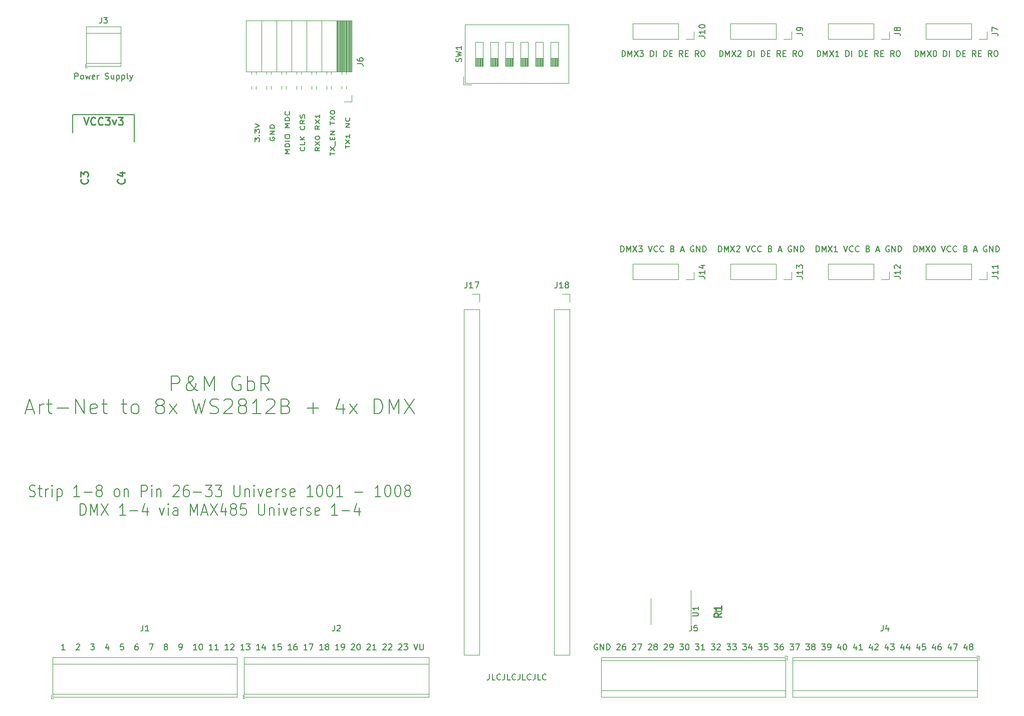
<source format=gbr>
G04 #@! TF.GenerationSoftware,KiCad,Pcbnew,(5.1.6-0-10_14)*
G04 #@! TF.CreationDate,2020-09-15T14:07:27+02:00*
G04 #@! TF.ProjectId,PM Artnet LED DMX,504d2041-7274-46e6-9574-204c45442044,rev?*
G04 #@! TF.SameCoordinates,Original*
G04 #@! TF.FileFunction,Legend,Top*
G04 #@! TF.FilePolarity,Positive*
%FSLAX46Y46*%
G04 Gerber Fmt 4.6, Leading zero omitted, Abs format (unit mm)*
G04 Created by KiCad (PCBNEW (5.1.6-0-10_14)) date 2020-09-15 14:07:27*
%MOMM*%
%LPD*%
G01*
G04 APERTURE LIST*
%ADD10C,0.150000*%
%ADD11C,0.200000*%
%ADD12C,0.120000*%
%ADD13C,0.254000*%
G04 APERTURE END LIST*
D10*
X119205952Y-128357380D02*
X119205952Y-129071666D01*
X119158333Y-129214523D01*
X119063095Y-129309761D01*
X118920238Y-129357380D01*
X118825000Y-129357380D01*
X120158333Y-129357380D02*
X119682142Y-129357380D01*
X119682142Y-128357380D01*
X121063095Y-129262142D02*
X121015476Y-129309761D01*
X120872619Y-129357380D01*
X120777380Y-129357380D01*
X120634523Y-129309761D01*
X120539285Y-129214523D01*
X120491666Y-129119285D01*
X120444047Y-128928809D01*
X120444047Y-128785952D01*
X120491666Y-128595476D01*
X120539285Y-128500238D01*
X120634523Y-128405000D01*
X120777380Y-128357380D01*
X120872619Y-128357380D01*
X121015476Y-128405000D01*
X121063095Y-128452619D01*
X121777380Y-128357380D02*
X121777380Y-129071666D01*
X121729761Y-129214523D01*
X121634523Y-129309761D01*
X121491666Y-129357380D01*
X121396428Y-129357380D01*
X122729761Y-129357380D02*
X122253571Y-129357380D01*
X122253571Y-128357380D01*
X123634523Y-129262142D02*
X123586904Y-129309761D01*
X123444047Y-129357380D01*
X123348809Y-129357380D01*
X123205952Y-129309761D01*
X123110714Y-129214523D01*
X123063095Y-129119285D01*
X123015476Y-128928809D01*
X123015476Y-128785952D01*
X123063095Y-128595476D01*
X123110714Y-128500238D01*
X123205952Y-128405000D01*
X123348809Y-128357380D01*
X123444047Y-128357380D01*
X123586904Y-128405000D01*
X123634523Y-128452619D01*
X124348809Y-128357380D02*
X124348809Y-129071666D01*
X124301190Y-129214523D01*
X124205952Y-129309761D01*
X124063095Y-129357380D01*
X123967857Y-129357380D01*
X125301190Y-129357380D02*
X124825000Y-129357380D01*
X124825000Y-128357380D01*
X126205952Y-129262142D02*
X126158333Y-129309761D01*
X126015476Y-129357380D01*
X125920238Y-129357380D01*
X125777380Y-129309761D01*
X125682142Y-129214523D01*
X125634523Y-129119285D01*
X125586904Y-128928809D01*
X125586904Y-128785952D01*
X125634523Y-128595476D01*
X125682142Y-128500238D01*
X125777380Y-128405000D01*
X125920238Y-128357380D01*
X126015476Y-128357380D01*
X126158333Y-128405000D01*
X126205952Y-128452619D01*
X126920238Y-128357380D02*
X126920238Y-129071666D01*
X126872619Y-129214523D01*
X126777380Y-129309761D01*
X126634523Y-129357380D01*
X126539285Y-129357380D01*
X127872619Y-129357380D02*
X127396428Y-129357380D01*
X127396428Y-128357380D01*
X128777380Y-129262142D02*
X128729761Y-129309761D01*
X128586904Y-129357380D01*
X128491666Y-129357380D01*
X128348809Y-129309761D01*
X128253571Y-129214523D01*
X128205952Y-129119285D01*
X128158333Y-128928809D01*
X128158333Y-128785952D01*
X128205952Y-128595476D01*
X128253571Y-128500238D01*
X128348809Y-128405000D01*
X128491666Y-128357380D01*
X128586904Y-128357380D01*
X128729761Y-128405000D01*
X128777380Y-128452619D01*
X41451666Y-98294523D02*
X41701666Y-98389761D01*
X42118333Y-98389761D01*
X42285000Y-98294523D01*
X42368333Y-98199285D01*
X42451666Y-98008809D01*
X42451666Y-97818333D01*
X42368333Y-97627857D01*
X42285000Y-97532619D01*
X42118333Y-97437380D01*
X41785000Y-97342142D01*
X41618333Y-97246904D01*
X41535000Y-97151666D01*
X41451666Y-96961190D01*
X41451666Y-96770714D01*
X41535000Y-96580238D01*
X41618333Y-96485000D01*
X41785000Y-96389761D01*
X42201666Y-96389761D01*
X42451666Y-96485000D01*
X42951666Y-97056428D02*
X43618333Y-97056428D01*
X43201666Y-96389761D02*
X43201666Y-98104047D01*
X43285000Y-98294523D01*
X43451666Y-98389761D01*
X43618333Y-98389761D01*
X44201666Y-98389761D02*
X44201666Y-97056428D01*
X44201666Y-97437380D02*
X44285000Y-97246904D01*
X44368333Y-97151666D01*
X44535000Y-97056428D01*
X44701666Y-97056428D01*
X45285000Y-98389761D02*
X45285000Y-97056428D01*
X45285000Y-96389761D02*
X45201666Y-96485000D01*
X45285000Y-96580238D01*
X45368333Y-96485000D01*
X45285000Y-96389761D01*
X45285000Y-96580238D01*
X46118333Y-97056428D02*
X46118333Y-99056428D01*
X46118333Y-97151666D02*
X46285000Y-97056428D01*
X46618333Y-97056428D01*
X46785000Y-97151666D01*
X46868333Y-97246904D01*
X46951666Y-97437380D01*
X46951666Y-98008809D01*
X46868333Y-98199285D01*
X46785000Y-98294523D01*
X46618333Y-98389761D01*
X46285000Y-98389761D01*
X46118333Y-98294523D01*
X49951666Y-98389761D02*
X48951666Y-98389761D01*
X49451666Y-98389761D02*
X49451666Y-96389761D01*
X49285000Y-96675476D01*
X49118333Y-96865952D01*
X48951666Y-96961190D01*
X50701666Y-97627857D02*
X52035000Y-97627857D01*
X53118333Y-97246904D02*
X52951666Y-97151666D01*
X52868333Y-97056428D01*
X52785000Y-96865952D01*
X52785000Y-96770714D01*
X52868333Y-96580238D01*
X52951666Y-96485000D01*
X53118333Y-96389761D01*
X53451666Y-96389761D01*
X53618333Y-96485000D01*
X53701666Y-96580238D01*
X53785000Y-96770714D01*
X53785000Y-96865952D01*
X53701666Y-97056428D01*
X53618333Y-97151666D01*
X53451666Y-97246904D01*
X53118333Y-97246904D01*
X52951666Y-97342142D01*
X52868333Y-97437380D01*
X52785000Y-97627857D01*
X52785000Y-98008809D01*
X52868333Y-98199285D01*
X52951666Y-98294523D01*
X53118333Y-98389761D01*
X53451666Y-98389761D01*
X53618333Y-98294523D01*
X53701666Y-98199285D01*
X53785000Y-98008809D01*
X53785000Y-97627857D01*
X53701666Y-97437380D01*
X53618333Y-97342142D01*
X53451666Y-97246904D01*
X56118333Y-98389761D02*
X55951666Y-98294523D01*
X55868333Y-98199285D01*
X55785000Y-98008809D01*
X55785000Y-97437380D01*
X55868333Y-97246904D01*
X55951666Y-97151666D01*
X56118333Y-97056428D01*
X56368333Y-97056428D01*
X56535000Y-97151666D01*
X56618333Y-97246904D01*
X56701666Y-97437380D01*
X56701666Y-98008809D01*
X56618333Y-98199285D01*
X56535000Y-98294523D01*
X56368333Y-98389761D01*
X56118333Y-98389761D01*
X57451666Y-97056428D02*
X57451666Y-98389761D01*
X57451666Y-97246904D02*
X57535000Y-97151666D01*
X57701666Y-97056428D01*
X57951666Y-97056428D01*
X58118333Y-97151666D01*
X58201666Y-97342142D01*
X58201666Y-98389761D01*
X60368333Y-98389761D02*
X60368333Y-96389761D01*
X61035000Y-96389761D01*
X61201666Y-96485000D01*
X61285000Y-96580238D01*
X61368333Y-96770714D01*
X61368333Y-97056428D01*
X61285000Y-97246904D01*
X61201666Y-97342142D01*
X61035000Y-97437380D01*
X60368333Y-97437380D01*
X62118333Y-98389761D02*
X62118333Y-97056428D01*
X62118333Y-96389761D02*
X62035000Y-96485000D01*
X62118333Y-96580238D01*
X62201666Y-96485000D01*
X62118333Y-96389761D01*
X62118333Y-96580238D01*
X62951666Y-97056428D02*
X62951666Y-98389761D01*
X62951666Y-97246904D02*
X63035000Y-97151666D01*
X63201666Y-97056428D01*
X63451666Y-97056428D01*
X63618333Y-97151666D01*
X63701666Y-97342142D01*
X63701666Y-98389761D01*
X65785000Y-96580238D02*
X65868333Y-96485000D01*
X66035000Y-96389761D01*
X66451666Y-96389761D01*
X66618333Y-96485000D01*
X66701666Y-96580238D01*
X66785000Y-96770714D01*
X66785000Y-96961190D01*
X66701666Y-97246904D01*
X65701666Y-98389761D01*
X66785000Y-98389761D01*
X68285000Y-96389761D02*
X67951666Y-96389761D01*
X67785000Y-96485000D01*
X67701666Y-96580238D01*
X67535000Y-96865952D01*
X67451666Y-97246904D01*
X67451666Y-98008809D01*
X67535000Y-98199285D01*
X67618333Y-98294523D01*
X67785000Y-98389761D01*
X68118333Y-98389761D01*
X68285000Y-98294523D01*
X68368333Y-98199285D01*
X68451666Y-98008809D01*
X68451666Y-97532619D01*
X68368333Y-97342142D01*
X68285000Y-97246904D01*
X68118333Y-97151666D01*
X67785000Y-97151666D01*
X67618333Y-97246904D01*
X67535000Y-97342142D01*
X67451666Y-97532619D01*
X69201666Y-97627857D02*
X70535000Y-97627857D01*
X71201666Y-96389761D02*
X72285000Y-96389761D01*
X71701666Y-97151666D01*
X71951666Y-97151666D01*
X72118333Y-97246904D01*
X72201666Y-97342142D01*
X72285000Y-97532619D01*
X72285000Y-98008809D01*
X72201666Y-98199285D01*
X72118333Y-98294523D01*
X71951666Y-98389761D01*
X71451666Y-98389761D01*
X71285000Y-98294523D01*
X71201666Y-98199285D01*
X72868333Y-96389761D02*
X73951666Y-96389761D01*
X73368333Y-97151666D01*
X73618333Y-97151666D01*
X73785000Y-97246904D01*
X73868333Y-97342142D01*
X73951666Y-97532619D01*
X73951666Y-98008809D01*
X73868333Y-98199285D01*
X73785000Y-98294523D01*
X73618333Y-98389761D01*
X73118333Y-98389761D01*
X72951666Y-98294523D01*
X72868333Y-98199285D01*
X76035000Y-96389761D02*
X76035000Y-98008809D01*
X76118333Y-98199285D01*
X76201666Y-98294523D01*
X76368333Y-98389761D01*
X76701666Y-98389761D01*
X76868333Y-98294523D01*
X76951666Y-98199285D01*
X77035000Y-98008809D01*
X77035000Y-96389761D01*
X77868333Y-97056428D02*
X77868333Y-98389761D01*
X77868333Y-97246904D02*
X77951666Y-97151666D01*
X78118333Y-97056428D01*
X78368333Y-97056428D01*
X78535000Y-97151666D01*
X78618333Y-97342142D01*
X78618333Y-98389761D01*
X79451666Y-98389761D02*
X79451666Y-97056428D01*
X79451666Y-96389761D02*
X79368333Y-96485000D01*
X79451666Y-96580238D01*
X79535000Y-96485000D01*
X79451666Y-96389761D01*
X79451666Y-96580238D01*
X80118333Y-97056428D02*
X80535000Y-98389761D01*
X80951666Y-97056428D01*
X82285000Y-98294523D02*
X82118333Y-98389761D01*
X81785000Y-98389761D01*
X81618333Y-98294523D01*
X81535000Y-98104047D01*
X81535000Y-97342142D01*
X81618333Y-97151666D01*
X81785000Y-97056428D01*
X82118333Y-97056428D01*
X82285000Y-97151666D01*
X82368333Y-97342142D01*
X82368333Y-97532619D01*
X81535000Y-97723095D01*
X83118333Y-98389761D02*
X83118333Y-97056428D01*
X83118333Y-97437380D02*
X83201666Y-97246904D01*
X83285000Y-97151666D01*
X83451666Y-97056428D01*
X83618333Y-97056428D01*
X84118333Y-98294523D02*
X84285000Y-98389761D01*
X84618333Y-98389761D01*
X84785000Y-98294523D01*
X84868333Y-98104047D01*
X84868333Y-98008809D01*
X84785000Y-97818333D01*
X84618333Y-97723095D01*
X84368333Y-97723095D01*
X84201666Y-97627857D01*
X84118333Y-97437380D01*
X84118333Y-97342142D01*
X84201666Y-97151666D01*
X84368333Y-97056428D01*
X84618333Y-97056428D01*
X84785000Y-97151666D01*
X86285000Y-98294523D02*
X86118333Y-98389761D01*
X85785000Y-98389761D01*
X85618333Y-98294523D01*
X85535000Y-98104047D01*
X85535000Y-97342142D01*
X85618333Y-97151666D01*
X85785000Y-97056428D01*
X86118333Y-97056428D01*
X86285000Y-97151666D01*
X86368333Y-97342142D01*
X86368333Y-97532619D01*
X85535000Y-97723095D01*
X89368333Y-98389761D02*
X88368333Y-98389761D01*
X88868333Y-98389761D02*
X88868333Y-96389761D01*
X88701666Y-96675476D01*
X88535000Y-96865952D01*
X88368333Y-96961190D01*
X90451666Y-96389761D02*
X90618333Y-96389761D01*
X90785000Y-96485000D01*
X90868333Y-96580238D01*
X90951666Y-96770714D01*
X91035000Y-97151666D01*
X91035000Y-97627857D01*
X90951666Y-98008809D01*
X90868333Y-98199285D01*
X90785000Y-98294523D01*
X90618333Y-98389761D01*
X90451666Y-98389761D01*
X90285000Y-98294523D01*
X90201666Y-98199285D01*
X90118333Y-98008809D01*
X90035000Y-97627857D01*
X90035000Y-97151666D01*
X90118333Y-96770714D01*
X90201666Y-96580238D01*
X90285000Y-96485000D01*
X90451666Y-96389761D01*
X92118333Y-96389761D02*
X92285000Y-96389761D01*
X92451666Y-96485000D01*
X92535000Y-96580238D01*
X92618333Y-96770714D01*
X92701666Y-97151666D01*
X92701666Y-97627857D01*
X92618333Y-98008809D01*
X92535000Y-98199285D01*
X92451666Y-98294523D01*
X92285000Y-98389761D01*
X92118333Y-98389761D01*
X91951666Y-98294523D01*
X91868333Y-98199285D01*
X91785000Y-98008809D01*
X91701666Y-97627857D01*
X91701666Y-97151666D01*
X91785000Y-96770714D01*
X91868333Y-96580238D01*
X91951666Y-96485000D01*
X92118333Y-96389761D01*
X94368333Y-98389761D02*
X93368333Y-98389761D01*
X93868333Y-98389761D02*
X93868333Y-96389761D01*
X93701666Y-96675476D01*
X93535000Y-96865952D01*
X93368333Y-96961190D01*
X96451666Y-97627857D02*
X97785000Y-97627857D01*
X100868333Y-98389761D02*
X99868333Y-98389761D01*
X100368333Y-98389761D02*
X100368333Y-96389761D01*
X100201666Y-96675476D01*
X100035000Y-96865952D01*
X99868333Y-96961190D01*
X101951666Y-96389761D02*
X102118333Y-96389761D01*
X102285000Y-96485000D01*
X102368333Y-96580238D01*
X102451666Y-96770714D01*
X102535000Y-97151666D01*
X102535000Y-97627857D01*
X102451666Y-98008809D01*
X102368333Y-98199285D01*
X102285000Y-98294523D01*
X102118333Y-98389761D01*
X101951666Y-98389761D01*
X101785000Y-98294523D01*
X101701666Y-98199285D01*
X101618333Y-98008809D01*
X101535000Y-97627857D01*
X101535000Y-97151666D01*
X101618333Y-96770714D01*
X101701666Y-96580238D01*
X101785000Y-96485000D01*
X101951666Y-96389761D01*
X103618333Y-96389761D02*
X103785000Y-96389761D01*
X103951666Y-96485000D01*
X104035000Y-96580238D01*
X104118333Y-96770714D01*
X104201666Y-97151666D01*
X104201666Y-97627857D01*
X104118333Y-98008809D01*
X104035000Y-98199285D01*
X103951666Y-98294523D01*
X103785000Y-98389761D01*
X103618333Y-98389761D01*
X103451666Y-98294523D01*
X103368333Y-98199285D01*
X103285000Y-98008809D01*
X103201666Y-97627857D01*
X103201666Y-97151666D01*
X103285000Y-96770714D01*
X103368333Y-96580238D01*
X103451666Y-96485000D01*
X103618333Y-96389761D01*
X105201666Y-97246904D02*
X105035000Y-97151666D01*
X104951666Y-97056428D01*
X104868333Y-96865952D01*
X104868333Y-96770714D01*
X104951666Y-96580238D01*
X105035000Y-96485000D01*
X105201666Y-96389761D01*
X105535000Y-96389761D01*
X105701666Y-96485000D01*
X105785000Y-96580238D01*
X105868333Y-96770714D01*
X105868333Y-96865952D01*
X105785000Y-97056428D01*
X105701666Y-97151666D01*
X105535000Y-97246904D01*
X105201666Y-97246904D01*
X105035000Y-97342142D01*
X104951666Y-97437380D01*
X104868333Y-97627857D01*
X104868333Y-98008809D01*
X104951666Y-98199285D01*
X105035000Y-98294523D01*
X105201666Y-98389761D01*
X105535000Y-98389761D01*
X105701666Y-98294523D01*
X105785000Y-98199285D01*
X105868333Y-98008809D01*
X105868333Y-97627857D01*
X105785000Y-97437380D01*
X105701666Y-97342142D01*
X105535000Y-97246904D01*
X50034999Y-101539761D02*
X50034999Y-99539761D01*
X50451666Y-99539761D01*
X50701666Y-99635000D01*
X50868333Y-99825476D01*
X50951666Y-100015952D01*
X51034999Y-100396904D01*
X51034999Y-100682619D01*
X50951666Y-101063571D01*
X50868333Y-101254047D01*
X50701666Y-101444523D01*
X50451666Y-101539761D01*
X50034999Y-101539761D01*
X51784999Y-101539761D02*
X51784999Y-99539761D01*
X52368333Y-100968333D01*
X52951666Y-99539761D01*
X52951666Y-101539761D01*
X53618333Y-99539761D02*
X54784999Y-101539761D01*
X54784999Y-99539761D02*
X53618333Y-101539761D01*
X57701666Y-101539761D02*
X56701666Y-101539761D01*
X57201666Y-101539761D02*
X57201666Y-99539761D01*
X57034999Y-99825476D01*
X56868333Y-100015952D01*
X56701666Y-100111190D01*
X58451666Y-100777857D02*
X59784999Y-100777857D01*
X61368333Y-100206428D02*
X61368333Y-101539761D01*
X60951666Y-99444523D02*
X60534999Y-100873095D01*
X61618333Y-100873095D01*
X63451666Y-100206428D02*
X63868333Y-101539761D01*
X64284999Y-100206428D01*
X64951666Y-101539761D02*
X64951666Y-100206428D01*
X64951666Y-99539761D02*
X64868333Y-99635000D01*
X64951666Y-99730238D01*
X65034999Y-99635000D01*
X64951666Y-99539761D01*
X64951666Y-99730238D01*
X66535000Y-101539761D02*
X66535000Y-100492142D01*
X66451666Y-100301666D01*
X66284999Y-100206428D01*
X65951666Y-100206428D01*
X65784999Y-100301666D01*
X66535000Y-101444523D02*
X66368333Y-101539761D01*
X65951666Y-101539761D01*
X65784999Y-101444523D01*
X65701666Y-101254047D01*
X65701666Y-101063571D01*
X65784999Y-100873095D01*
X65951666Y-100777857D01*
X66368333Y-100777857D01*
X66535000Y-100682619D01*
X68701666Y-101539761D02*
X68701666Y-99539761D01*
X69285000Y-100968333D01*
X69868333Y-99539761D01*
X69868333Y-101539761D01*
X70618333Y-100968333D02*
X71451666Y-100968333D01*
X70451666Y-101539761D02*
X71035000Y-99539761D01*
X71618333Y-101539761D01*
X72035000Y-99539761D02*
X73201666Y-101539761D01*
X73201666Y-99539761D02*
X72035000Y-101539761D01*
X74618333Y-100206428D02*
X74618333Y-101539761D01*
X74201666Y-99444523D02*
X73785000Y-100873095D01*
X74868333Y-100873095D01*
X75785000Y-100396904D02*
X75618333Y-100301666D01*
X75535000Y-100206428D01*
X75451666Y-100015952D01*
X75451666Y-99920714D01*
X75535000Y-99730238D01*
X75618333Y-99635000D01*
X75785000Y-99539761D01*
X76118333Y-99539761D01*
X76285000Y-99635000D01*
X76368333Y-99730238D01*
X76451666Y-99920714D01*
X76451666Y-100015952D01*
X76368333Y-100206428D01*
X76285000Y-100301666D01*
X76118333Y-100396904D01*
X75785000Y-100396904D01*
X75618333Y-100492142D01*
X75535000Y-100587380D01*
X75451666Y-100777857D01*
X75451666Y-101158809D01*
X75535000Y-101349285D01*
X75618333Y-101444523D01*
X75785000Y-101539761D01*
X76118333Y-101539761D01*
X76285000Y-101444523D01*
X76368333Y-101349285D01*
X76451666Y-101158809D01*
X76451666Y-100777857D01*
X76368333Y-100587380D01*
X76285000Y-100492142D01*
X76118333Y-100396904D01*
X78035000Y-99539761D02*
X77201666Y-99539761D01*
X77118333Y-100492142D01*
X77201666Y-100396904D01*
X77368333Y-100301666D01*
X77785000Y-100301666D01*
X77951666Y-100396904D01*
X78035000Y-100492142D01*
X78118333Y-100682619D01*
X78118333Y-101158809D01*
X78035000Y-101349285D01*
X77951666Y-101444523D01*
X77785000Y-101539761D01*
X77368333Y-101539761D01*
X77201666Y-101444523D01*
X77118333Y-101349285D01*
X80201666Y-99539761D02*
X80201666Y-101158809D01*
X80285000Y-101349285D01*
X80368333Y-101444523D01*
X80535000Y-101539761D01*
X80868333Y-101539761D01*
X81035000Y-101444523D01*
X81118333Y-101349285D01*
X81201666Y-101158809D01*
X81201666Y-99539761D01*
X82035000Y-100206428D02*
X82035000Y-101539761D01*
X82035000Y-100396904D02*
X82118333Y-100301666D01*
X82285000Y-100206428D01*
X82535000Y-100206428D01*
X82701666Y-100301666D01*
X82785000Y-100492142D01*
X82785000Y-101539761D01*
X83618333Y-101539761D02*
X83618333Y-100206428D01*
X83618333Y-99539761D02*
X83535000Y-99635000D01*
X83618333Y-99730238D01*
X83701666Y-99635000D01*
X83618333Y-99539761D01*
X83618333Y-99730238D01*
X84285000Y-100206428D02*
X84701666Y-101539761D01*
X85118333Y-100206428D01*
X86451666Y-101444523D02*
X86285000Y-101539761D01*
X85951666Y-101539761D01*
X85785000Y-101444523D01*
X85701666Y-101254047D01*
X85701666Y-100492142D01*
X85785000Y-100301666D01*
X85951666Y-100206428D01*
X86285000Y-100206428D01*
X86451666Y-100301666D01*
X86535000Y-100492142D01*
X86535000Y-100682619D01*
X85701666Y-100873095D01*
X87285000Y-101539761D02*
X87285000Y-100206428D01*
X87285000Y-100587380D02*
X87368333Y-100396904D01*
X87451666Y-100301666D01*
X87618333Y-100206428D01*
X87785000Y-100206428D01*
X88285000Y-101444523D02*
X88451666Y-101539761D01*
X88785000Y-101539761D01*
X88951666Y-101444523D01*
X89035000Y-101254047D01*
X89035000Y-101158809D01*
X88951666Y-100968333D01*
X88785000Y-100873095D01*
X88535000Y-100873095D01*
X88368333Y-100777857D01*
X88285000Y-100587380D01*
X88285000Y-100492142D01*
X88368333Y-100301666D01*
X88535000Y-100206428D01*
X88785000Y-100206428D01*
X88951666Y-100301666D01*
X90451666Y-101444523D02*
X90285000Y-101539761D01*
X89951666Y-101539761D01*
X89785000Y-101444523D01*
X89701666Y-101254047D01*
X89701666Y-100492142D01*
X89785000Y-100301666D01*
X89951666Y-100206428D01*
X90285000Y-100206428D01*
X90451666Y-100301666D01*
X90535000Y-100492142D01*
X90535000Y-100682619D01*
X89701666Y-100873095D01*
X93535000Y-101539761D02*
X92535000Y-101539761D01*
X93035000Y-101539761D02*
X93035000Y-99539761D01*
X92868333Y-99825476D01*
X92701666Y-100015952D01*
X92535000Y-100111190D01*
X94285000Y-100777857D02*
X95618333Y-100777857D01*
X97201666Y-100206428D02*
X97201666Y-101539761D01*
X96785000Y-99444523D02*
X96368333Y-100873095D01*
X97451666Y-100873095D01*
X65445714Y-80460952D02*
X65445714Y-77960952D01*
X66398095Y-77960952D01*
X66636190Y-78080000D01*
X66755238Y-78199047D01*
X66874285Y-78437142D01*
X66874285Y-78794285D01*
X66755238Y-79032380D01*
X66636190Y-79151428D01*
X66398095Y-79270476D01*
X65445714Y-79270476D01*
X69969523Y-80460952D02*
X69850476Y-80460952D01*
X69612380Y-80341904D01*
X69255238Y-79984761D01*
X68660000Y-79270476D01*
X68421904Y-78913333D01*
X68302857Y-78556190D01*
X68302857Y-78318095D01*
X68421904Y-78080000D01*
X68660000Y-77960952D01*
X68779047Y-77960952D01*
X69017142Y-78080000D01*
X69136190Y-78318095D01*
X69136190Y-78437142D01*
X69017142Y-78675238D01*
X68898095Y-78794285D01*
X68183809Y-79270476D01*
X68064761Y-79389523D01*
X67945714Y-79627619D01*
X67945714Y-79984761D01*
X68064761Y-80222857D01*
X68183809Y-80341904D01*
X68421904Y-80460952D01*
X68779047Y-80460952D01*
X69017142Y-80341904D01*
X69136190Y-80222857D01*
X69493333Y-79746666D01*
X69612380Y-79389523D01*
X69612380Y-79151428D01*
X71040952Y-80460952D02*
X71040952Y-77960952D01*
X71874285Y-79746666D01*
X72707619Y-77960952D01*
X72707619Y-80460952D01*
X77112380Y-78080000D02*
X76874285Y-77960952D01*
X76517142Y-77960952D01*
X76160000Y-78080000D01*
X75921904Y-78318095D01*
X75802857Y-78556190D01*
X75683809Y-79032380D01*
X75683809Y-79389523D01*
X75802857Y-79865714D01*
X75921904Y-80103809D01*
X76160000Y-80341904D01*
X76517142Y-80460952D01*
X76755238Y-80460952D01*
X77112380Y-80341904D01*
X77231428Y-80222857D01*
X77231428Y-79389523D01*
X76755238Y-79389523D01*
X78302857Y-80460952D02*
X78302857Y-77960952D01*
X78302857Y-78913333D02*
X78540952Y-78794285D01*
X79017142Y-78794285D01*
X79255238Y-78913333D01*
X79374285Y-79032380D01*
X79493333Y-79270476D01*
X79493333Y-79984761D01*
X79374285Y-80222857D01*
X79255238Y-80341904D01*
X79017142Y-80460952D01*
X78540952Y-80460952D01*
X78302857Y-80341904D01*
X81993333Y-80460952D02*
X81160000Y-79270476D01*
X80564761Y-80460952D02*
X80564761Y-77960952D01*
X81517142Y-77960952D01*
X81755238Y-78080000D01*
X81874285Y-78199047D01*
X81993333Y-78437142D01*
X81993333Y-78794285D01*
X81874285Y-79032380D01*
X81755238Y-79151428D01*
X81517142Y-79270476D01*
X80564761Y-79270476D01*
X40921904Y-83646666D02*
X42112380Y-83646666D01*
X40683809Y-84360952D02*
X41517142Y-81860952D01*
X42350476Y-84360952D01*
X43183809Y-84360952D02*
X43183809Y-82694285D01*
X43183809Y-83170476D02*
X43302857Y-82932380D01*
X43421904Y-82813333D01*
X43660000Y-82694285D01*
X43898095Y-82694285D01*
X44374285Y-82694285D02*
X45326666Y-82694285D01*
X44731428Y-81860952D02*
X44731428Y-84003809D01*
X44850476Y-84241904D01*
X45088571Y-84360952D01*
X45326666Y-84360952D01*
X46160000Y-83408571D02*
X48064761Y-83408571D01*
X49255238Y-84360952D02*
X49255238Y-81860952D01*
X50683809Y-84360952D01*
X50683809Y-81860952D01*
X52826666Y-84241904D02*
X52588571Y-84360952D01*
X52112380Y-84360952D01*
X51874285Y-84241904D01*
X51755238Y-84003809D01*
X51755238Y-83051428D01*
X51874285Y-82813333D01*
X52112380Y-82694285D01*
X52588571Y-82694285D01*
X52826666Y-82813333D01*
X52945714Y-83051428D01*
X52945714Y-83289523D01*
X51755238Y-83527619D01*
X53660000Y-82694285D02*
X54612380Y-82694285D01*
X54017142Y-81860952D02*
X54017142Y-84003809D01*
X54136190Y-84241904D01*
X54374285Y-84360952D01*
X54612380Y-84360952D01*
X56993333Y-82694285D02*
X57945714Y-82694285D01*
X57350476Y-81860952D02*
X57350476Y-84003809D01*
X57469523Y-84241904D01*
X57707619Y-84360952D01*
X57945714Y-84360952D01*
X59136190Y-84360952D02*
X58898095Y-84241904D01*
X58779047Y-84122857D01*
X58660000Y-83884761D01*
X58660000Y-83170476D01*
X58779047Y-82932380D01*
X58898095Y-82813333D01*
X59136190Y-82694285D01*
X59493333Y-82694285D01*
X59731428Y-82813333D01*
X59850476Y-82932380D01*
X59969523Y-83170476D01*
X59969523Y-83884761D01*
X59850476Y-84122857D01*
X59731428Y-84241904D01*
X59493333Y-84360952D01*
X59136190Y-84360952D01*
X63302857Y-82932380D02*
X63064761Y-82813333D01*
X62945714Y-82694285D01*
X62826666Y-82456190D01*
X62826666Y-82337142D01*
X62945714Y-82099047D01*
X63064761Y-81980000D01*
X63302857Y-81860952D01*
X63779047Y-81860952D01*
X64017142Y-81980000D01*
X64136190Y-82099047D01*
X64255238Y-82337142D01*
X64255238Y-82456190D01*
X64136190Y-82694285D01*
X64017142Y-82813333D01*
X63779047Y-82932380D01*
X63302857Y-82932380D01*
X63064761Y-83051428D01*
X62945714Y-83170476D01*
X62826666Y-83408571D01*
X62826666Y-83884761D01*
X62945714Y-84122857D01*
X63064761Y-84241904D01*
X63302857Y-84360952D01*
X63779047Y-84360952D01*
X64017142Y-84241904D01*
X64136190Y-84122857D01*
X64255238Y-83884761D01*
X64255238Y-83408571D01*
X64136190Y-83170476D01*
X64017142Y-83051428D01*
X63779047Y-82932380D01*
X65088571Y-84360952D02*
X66398095Y-82694285D01*
X65088571Y-82694285D02*
X66398095Y-84360952D01*
X69017142Y-81860952D02*
X69612380Y-84360952D01*
X70088571Y-82575238D01*
X70564761Y-84360952D01*
X71159999Y-81860952D01*
X71993333Y-84241904D02*
X72350476Y-84360952D01*
X72945714Y-84360952D01*
X73183809Y-84241904D01*
X73302857Y-84122857D01*
X73421904Y-83884761D01*
X73421904Y-83646666D01*
X73302857Y-83408571D01*
X73183809Y-83289523D01*
X72945714Y-83170476D01*
X72469523Y-83051428D01*
X72231428Y-82932380D01*
X72112380Y-82813333D01*
X71993333Y-82575238D01*
X71993333Y-82337142D01*
X72112380Y-82099047D01*
X72231428Y-81980000D01*
X72469523Y-81860952D01*
X73064761Y-81860952D01*
X73421904Y-81980000D01*
X74374285Y-82099047D02*
X74493333Y-81980000D01*
X74731428Y-81860952D01*
X75326666Y-81860952D01*
X75564761Y-81980000D01*
X75683809Y-82099047D01*
X75802857Y-82337142D01*
X75802857Y-82575238D01*
X75683809Y-82932380D01*
X74255238Y-84360952D01*
X75802857Y-84360952D01*
X77231428Y-82932380D02*
X76993333Y-82813333D01*
X76874285Y-82694285D01*
X76755238Y-82456190D01*
X76755238Y-82337142D01*
X76874285Y-82099047D01*
X76993333Y-81980000D01*
X77231428Y-81860952D01*
X77707619Y-81860952D01*
X77945714Y-81980000D01*
X78064761Y-82099047D01*
X78183809Y-82337142D01*
X78183809Y-82456190D01*
X78064761Y-82694285D01*
X77945714Y-82813333D01*
X77707619Y-82932380D01*
X77231428Y-82932380D01*
X76993333Y-83051428D01*
X76874285Y-83170476D01*
X76755238Y-83408571D01*
X76755238Y-83884761D01*
X76874285Y-84122857D01*
X76993333Y-84241904D01*
X77231428Y-84360952D01*
X77707619Y-84360952D01*
X77945714Y-84241904D01*
X78064761Y-84122857D01*
X78183809Y-83884761D01*
X78183809Y-83408571D01*
X78064761Y-83170476D01*
X77945714Y-83051428D01*
X77707619Y-82932380D01*
X80564761Y-84360952D02*
X79136190Y-84360952D01*
X79850476Y-84360952D02*
X79850476Y-81860952D01*
X79612380Y-82218095D01*
X79374285Y-82456190D01*
X79136190Y-82575238D01*
X81517142Y-82099047D02*
X81636190Y-81980000D01*
X81874285Y-81860952D01*
X82469523Y-81860952D01*
X82707619Y-81980000D01*
X82826666Y-82099047D01*
X82945714Y-82337142D01*
X82945714Y-82575238D01*
X82826666Y-82932380D01*
X81398095Y-84360952D01*
X82945714Y-84360952D01*
X84850476Y-83051428D02*
X85207619Y-83170476D01*
X85326666Y-83289523D01*
X85445714Y-83527619D01*
X85445714Y-83884761D01*
X85326666Y-84122857D01*
X85207619Y-84241904D01*
X84969523Y-84360952D01*
X84017142Y-84360952D01*
X84017142Y-81860952D01*
X84850476Y-81860952D01*
X85088571Y-81980000D01*
X85207619Y-82099047D01*
X85326666Y-82337142D01*
X85326666Y-82575238D01*
X85207619Y-82813333D01*
X85088571Y-82932380D01*
X84850476Y-83051428D01*
X84017142Y-83051428D01*
X88421904Y-83408571D02*
X90326666Y-83408571D01*
X89374285Y-84360952D02*
X89374285Y-82456190D01*
X94493333Y-82694285D02*
X94493333Y-84360952D01*
X93898095Y-81741904D02*
X93302857Y-83527619D01*
X94850476Y-83527619D01*
X95564761Y-84360952D02*
X96874285Y-82694285D01*
X95564761Y-82694285D02*
X96874285Y-84360952D01*
X99731428Y-84360952D02*
X99731428Y-81860952D01*
X100326666Y-81860952D01*
X100683809Y-81980000D01*
X100921904Y-82218095D01*
X101040952Y-82456190D01*
X101159999Y-82932380D01*
X101159999Y-83289523D01*
X101040952Y-83765714D01*
X100921904Y-84003809D01*
X100683809Y-84241904D01*
X100326666Y-84360952D01*
X99731428Y-84360952D01*
X102231428Y-84360952D02*
X102231428Y-81860952D01*
X103064761Y-83646666D01*
X103898095Y-81860952D01*
X103898095Y-84360952D01*
X104850476Y-81860952D02*
X106517142Y-84360952D01*
X106517142Y-81860952D02*
X104850476Y-84360952D01*
X79569285Y-38306190D02*
X79569285Y-37687142D01*
X79855000Y-38020476D01*
X79855000Y-37877619D01*
X79890714Y-37782380D01*
X79926428Y-37734761D01*
X79997857Y-37687142D01*
X80176428Y-37687142D01*
X80247857Y-37734761D01*
X80283571Y-37782380D01*
X80319285Y-37877619D01*
X80319285Y-38163333D01*
X80283571Y-38258571D01*
X80247857Y-38306190D01*
X80247857Y-37258571D02*
X80283571Y-37210952D01*
X80319285Y-37258571D01*
X80283571Y-37306190D01*
X80247857Y-37258571D01*
X80319285Y-37258571D01*
X79569285Y-36877619D02*
X79569285Y-36258571D01*
X79855000Y-36591904D01*
X79855000Y-36449047D01*
X79890714Y-36353809D01*
X79926428Y-36306190D01*
X79997857Y-36258571D01*
X80176428Y-36258571D01*
X80247857Y-36306190D01*
X80283571Y-36353809D01*
X80319285Y-36449047D01*
X80319285Y-36734761D01*
X80283571Y-36830000D01*
X80247857Y-36877619D01*
X79569285Y-35972857D02*
X80319285Y-35639523D01*
X79569285Y-35306190D01*
X82155000Y-37591904D02*
X82119285Y-37687142D01*
X82119285Y-37830000D01*
X82155000Y-37972857D01*
X82226428Y-38068095D01*
X82297857Y-38115714D01*
X82440714Y-38163333D01*
X82547857Y-38163333D01*
X82690714Y-38115714D01*
X82762142Y-38068095D01*
X82833571Y-37972857D01*
X82869285Y-37830000D01*
X82869285Y-37734761D01*
X82833571Y-37591904D01*
X82797857Y-37544285D01*
X82547857Y-37544285D01*
X82547857Y-37734761D01*
X82869285Y-37115714D02*
X82119285Y-37115714D01*
X82869285Y-36544285D01*
X82119285Y-36544285D01*
X82869285Y-36068095D02*
X82119285Y-36068095D01*
X82119285Y-35830000D01*
X82155000Y-35687142D01*
X82226428Y-35591904D01*
X82297857Y-35544285D01*
X82440714Y-35496666D01*
X82547857Y-35496666D01*
X82690714Y-35544285D01*
X82762142Y-35591904D01*
X82833571Y-35687142D01*
X82869285Y-35830000D01*
X82869285Y-36068095D01*
X85419285Y-40377619D02*
X84669285Y-40377619D01*
X85205000Y-40044285D01*
X84669285Y-39710952D01*
X85419285Y-39710952D01*
X85419285Y-39234761D02*
X84669285Y-39234761D01*
X84669285Y-38996666D01*
X84705000Y-38853809D01*
X84776428Y-38758571D01*
X84847857Y-38710952D01*
X84990714Y-38663333D01*
X85097857Y-38663333D01*
X85240714Y-38710952D01*
X85312142Y-38758571D01*
X85383571Y-38853809D01*
X85419285Y-38996666D01*
X85419285Y-39234761D01*
X85419285Y-38234761D02*
X84669285Y-38234761D01*
X84669285Y-37568095D02*
X84669285Y-37377619D01*
X84705000Y-37282380D01*
X84776428Y-37187142D01*
X84919285Y-37139523D01*
X85169285Y-37139523D01*
X85312142Y-37187142D01*
X85383571Y-37282380D01*
X85419285Y-37377619D01*
X85419285Y-37568095D01*
X85383571Y-37663333D01*
X85312142Y-37758571D01*
X85169285Y-37806190D01*
X84919285Y-37806190D01*
X84776428Y-37758571D01*
X84705000Y-37663333D01*
X84669285Y-37568095D01*
X85419285Y-35949047D02*
X84669285Y-35949047D01*
X85205000Y-35615714D01*
X84669285Y-35282380D01*
X85419285Y-35282380D01*
X85419285Y-34806190D02*
X84669285Y-34806190D01*
X84669285Y-34568095D01*
X84705000Y-34425238D01*
X84776428Y-34330000D01*
X84847857Y-34282380D01*
X84990714Y-34234761D01*
X85097857Y-34234761D01*
X85240714Y-34282380D01*
X85312142Y-34330000D01*
X85383571Y-34425238D01*
X85419285Y-34568095D01*
X85419285Y-34806190D01*
X85347857Y-33234761D02*
X85383571Y-33282380D01*
X85419285Y-33425238D01*
X85419285Y-33520476D01*
X85383571Y-33663333D01*
X85312142Y-33758571D01*
X85240714Y-33806190D01*
X85097857Y-33853809D01*
X84990714Y-33853809D01*
X84847857Y-33806190D01*
X84776428Y-33758571D01*
X84705000Y-33663333D01*
X84669285Y-33520476D01*
X84669285Y-33425238D01*
X84705000Y-33282380D01*
X84740714Y-33234761D01*
X87897857Y-39282380D02*
X87933571Y-39330000D01*
X87969285Y-39472857D01*
X87969285Y-39568095D01*
X87933571Y-39710952D01*
X87862142Y-39806190D01*
X87790714Y-39853809D01*
X87647857Y-39901428D01*
X87540714Y-39901428D01*
X87397857Y-39853809D01*
X87326428Y-39806190D01*
X87255000Y-39710952D01*
X87219285Y-39568095D01*
X87219285Y-39472857D01*
X87255000Y-39330000D01*
X87290714Y-39282380D01*
X87969285Y-38377619D02*
X87969285Y-38853809D01*
X87219285Y-38853809D01*
X87969285Y-38044285D02*
X87219285Y-38044285D01*
X87969285Y-37472857D02*
X87540714Y-37901428D01*
X87219285Y-37472857D02*
X87647857Y-38044285D01*
X87897857Y-35710952D02*
X87933571Y-35758571D01*
X87969285Y-35901428D01*
X87969285Y-35996666D01*
X87933571Y-36139523D01*
X87862142Y-36234761D01*
X87790714Y-36282380D01*
X87647857Y-36330000D01*
X87540714Y-36330000D01*
X87397857Y-36282380D01*
X87326428Y-36234761D01*
X87255000Y-36139523D01*
X87219285Y-35996666D01*
X87219285Y-35901428D01*
X87255000Y-35758571D01*
X87290714Y-35710952D01*
X87969285Y-34710952D02*
X87612142Y-35044285D01*
X87969285Y-35282380D02*
X87219285Y-35282380D01*
X87219285Y-34901428D01*
X87255000Y-34806190D01*
X87290714Y-34758571D01*
X87362142Y-34710952D01*
X87469285Y-34710952D01*
X87540714Y-34758571D01*
X87576428Y-34806190D01*
X87612142Y-34901428D01*
X87612142Y-35282380D01*
X87933571Y-34330000D02*
X87969285Y-34187142D01*
X87969285Y-33949047D01*
X87933571Y-33853809D01*
X87897857Y-33806190D01*
X87826428Y-33758571D01*
X87755000Y-33758571D01*
X87683571Y-33806190D01*
X87647857Y-33853809D01*
X87612142Y-33949047D01*
X87576428Y-34139523D01*
X87540714Y-34234761D01*
X87505000Y-34282380D01*
X87433571Y-34330000D01*
X87362142Y-34330000D01*
X87290714Y-34282380D01*
X87255000Y-34234761D01*
X87219285Y-34139523D01*
X87219285Y-33901428D01*
X87255000Y-33758571D01*
X90519285Y-39306190D02*
X90162142Y-39639523D01*
X90519285Y-39877619D02*
X89769285Y-39877619D01*
X89769285Y-39496666D01*
X89805000Y-39401428D01*
X89840714Y-39353809D01*
X89912142Y-39306190D01*
X90019285Y-39306190D01*
X90090714Y-39353809D01*
X90126428Y-39401428D01*
X90162142Y-39496666D01*
X90162142Y-39877619D01*
X89769285Y-38972857D02*
X90519285Y-38306190D01*
X89769285Y-38306190D02*
X90519285Y-38972857D01*
X89769285Y-37734761D02*
X89769285Y-37639523D01*
X89805000Y-37544285D01*
X89840714Y-37496666D01*
X89912142Y-37449047D01*
X90055000Y-37401428D01*
X90233571Y-37401428D01*
X90376428Y-37449047D01*
X90447857Y-37496666D01*
X90483571Y-37544285D01*
X90519285Y-37639523D01*
X90519285Y-37734761D01*
X90483571Y-37830000D01*
X90447857Y-37877619D01*
X90376428Y-37925238D01*
X90233571Y-37972857D01*
X90055000Y-37972857D01*
X89912142Y-37925238D01*
X89840714Y-37877619D01*
X89805000Y-37830000D01*
X89769285Y-37734761D01*
X90519285Y-35639523D02*
X90162142Y-35972857D01*
X90519285Y-36210952D02*
X89769285Y-36210952D01*
X89769285Y-35830000D01*
X89805000Y-35734761D01*
X89840714Y-35687142D01*
X89912142Y-35639523D01*
X90019285Y-35639523D01*
X90090714Y-35687142D01*
X90126428Y-35734761D01*
X90162142Y-35830000D01*
X90162142Y-36210952D01*
X89769285Y-35306190D02*
X90519285Y-34639523D01*
X89769285Y-34639523D02*
X90519285Y-35306190D01*
X90519285Y-33734761D02*
X90519285Y-34306190D01*
X90519285Y-34020476D02*
X89769285Y-34020476D01*
X89876428Y-34115714D01*
X89947857Y-34210952D01*
X89983571Y-34306190D01*
X92319285Y-40663333D02*
X92319285Y-40091904D01*
X93069285Y-40377619D02*
X92319285Y-40377619D01*
X92319285Y-39853809D02*
X93069285Y-39187142D01*
X92319285Y-39187142D02*
X93069285Y-39853809D01*
X93140714Y-39044285D02*
X93140714Y-38282380D01*
X92676428Y-38044285D02*
X92676428Y-37710952D01*
X93069285Y-37568095D02*
X93069285Y-38044285D01*
X92319285Y-38044285D01*
X92319285Y-37568095D01*
X93069285Y-37139523D02*
X92319285Y-37139523D01*
X93069285Y-36568095D01*
X92319285Y-36568095D01*
X92319285Y-35472857D02*
X92319285Y-34901428D01*
X93069285Y-35187142D02*
X92319285Y-35187142D01*
X92319285Y-34663333D02*
X93069285Y-33996666D01*
X92319285Y-33996666D02*
X93069285Y-34663333D01*
X92319285Y-33425238D02*
X92319285Y-33330000D01*
X92355000Y-33234761D01*
X92390714Y-33187142D01*
X92462142Y-33139523D01*
X92605000Y-33091904D01*
X92783571Y-33091904D01*
X92926428Y-33139523D01*
X92997857Y-33187142D01*
X93033571Y-33234761D01*
X93069285Y-33330000D01*
X93069285Y-33425238D01*
X93033571Y-33520476D01*
X92997857Y-33568095D01*
X92926428Y-33615714D01*
X92783571Y-33663333D01*
X92605000Y-33663333D01*
X92462142Y-33615714D01*
X92390714Y-33568095D01*
X92355000Y-33520476D01*
X92319285Y-33425238D01*
X94869285Y-39472857D02*
X94869285Y-38901428D01*
X95619285Y-39187142D02*
X94869285Y-39187142D01*
X94869285Y-38663333D02*
X95619285Y-37996666D01*
X94869285Y-37996666D02*
X95619285Y-38663333D01*
X95619285Y-37091904D02*
X95619285Y-37663333D01*
X95619285Y-37377619D02*
X94869285Y-37377619D01*
X94976428Y-37472857D01*
X95047857Y-37568095D01*
X95083571Y-37663333D01*
X95619285Y-35901428D02*
X94869285Y-35901428D01*
X95619285Y-35330000D01*
X94869285Y-35330000D01*
X95547857Y-34282380D02*
X95583571Y-34330000D01*
X95619285Y-34472857D01*
X95619285Y-34568095D01*
X95583571Y-34710952D01*
X95512142Y-34806190D01*
X95440714Y-34853809D01*
X95297857Y-34901428D01*
X95190714Y-34901428D01*
X95047857Y-34853809D01*
X94976428Y-34806190D01*
X94905000Y-34710952D01*
X94869285Y-34568095D01*
X94869285Y-34472857D01*
X94905000Y-34330000D01*
X94940714Y-34282380D01*
X137481428Y-123325000D02*
X137386190Y-123277380D01*
X137243333Y-123277380D01*
X137100476Y-123325000D01*
X137005238Y-123420238D01*
X136957619Y-123515476D01*
X136910000Y-123705952D01*
X136910000Y-123848809D01*
X136957619Y-124039285D01*
X137005238Y-124134523D01*
X137100476Y-124229761D01*
X137243333Y-124277380D01*
X137338571Y-124277380D01*
X137481428Y-124229761D01*
X137529047Y-124182142D01*
X137529047Y-123848809D01*
X137338571Y-123848809D01*
X137957619Y-124277380D02*
X137957619Y-123277380D01*
X138529047Y-124277380D01*
X138529047Y-123277380D01*
X139005238Y-124277380D02*
X139005238Y-123277380D01*
X139243333Y-123277380D01*
X139386190Y-123325000D01*
X139481428Y-123420238D01*
X139529047Y-123515476D01*
X139576666Y-123705952D01*
X139576666Y-123848809D01*
X139529047Y-124039285D01*
X139481428Y-124134523D01*
X139386190Y-124229761D01*
X139243333Y-124277380D01*
X139005238Y-124277380D01*
X140719523Y-123372619D02*
X140767142Y-123325000D01*
X140862380Y-123277380D01*
X141100476Y-123277380D01*
X141195714Y-123325000D01*
X141243333Y-123372619D01*
X141290952Y-123467857D01*
X141290952Y-123563095D01*
X141243333Y-123705952D01*
X140671904Y-124277380D01*
X141290952Y-124277380D01*
X142148095Y-123277380D02*
X141957619Y-123277380D01*
X141862380Y-123325000D01*
X141814761Y-123372619D01*
X141719523Y-123515476D01*
X141671904Y-123705952D01*
X141671904Y-124086904D01*
X141719523Y-124182142D01*
X141767142Y-124229761D01*
X141862380Y-124277380D01*
X142052857Y-124277380D01*
X142148095Y-124229761D01*
X142195714Y-124182142D01*
X142243333Y-124086904D01*
X142243333Y-123848809D01*
X142195714Y-123753571D01*
X142148095Y-123705952D01*
X142052857Y-123658333D01*
X141862380Y-123658333D01*
X141767142Y-123705952D01*
X141719523Y-123753571D01*
X141671904Y-123848809D01*
X143386190Y-123372619D02*
X143433809Y-123325000D01*
X143529047Y-123277380D01*
X143767142Y-123277380D01*
X143862380Y-123325000D01*
X143910000Y-123372619D01*
X143957619Y-123467857D01*
X143957619Y-123563095D01*
X143910000Y-123705952D01*
X143338571Y-124277380D01*
X143957619Y-124277380D01*
X144290952Y-123277380D02*
X144957619Y-123277380D01*
X144529047Y-124277380D01*
X146052857Y-123372619D02*
X146100476Y-123325000D01*
X146195714Y-123277380D01*
X146433809Y-123277380D01*
X146529047Y-123325000D01*
X146576666Y-123372619D01*
X146624285Y-123467857D01*
X146624285Y-123563095D01*
X146576666Y-123705952D01*
X146005238Y-124277380D01*
X146624285Y-124277380D01*
X147195714Y-123705952D02*
X147100476Y-123658333D01*
X147052857Y-123610714D01*
X147005238Y-123515476D01*
X147005238Y-123467857D01*
X147052857Y-123372619D01*
X147100476Y-123325000D01*
X147195714Y-123277380D01*
X147386190Y-123277380D01*
X147481428Y-123325000D01*
X147529047Y-123372619D01*
X147576666Y-123467857D01*
X147576666Y-123515476D01*
X147529047Y-123610714D01*
X147481428Y-123658333D01*
X147386190Y-123705952D01*
X147195714Y-123705952D01*
X147100476Y-123753571D01*
X147052857Y-123801190D01*
X147005238Y-123896428D01*
X147005238Y-124086904D01*
X147052857Y-124182142D01*
X147100476Y-124229761D01*
X147195714Y-124277380D01*
X147386190Y-124277380D01*
X147481428Y-124229761D01*
X147529047Y-124182142D01*
X147576666Y-124086904D01*
X147576666Y-123896428D01*
X147529047Y-123801190D01*
X147481428Y-123753571D01*
X147386190Y-123705952D01*
X148719523Y-123372619D02*
X148767142Y-123325000D01*
X148862380Y-123277380D01*
X149100476Y-123277380D01*
X149195714Y-123325000D01*
X149243333Y-123372619D01*
X149290952Y-123467857D01*
X149290952Y-123563095D01*
X149243333Y-123705952D01*
X148671904Y-124277380D01*
X149290952Y-124277380D01*
X149767142Y-124277380D02*
X149957619Y-124277380D01*
X150052857Y-124229761D01*
X150100476Y-124182142D01*
X150195714Y-124039285D01*
X150243333Y-123848809D01*
X150243333Y-123467857D01*
X150195714Y-123372619D01*
X150148095Y-123325000D01*
X150052857Y-123277380D01*
X149862380Y-123277380D01*
X149767142Y-123325000D01*
X149719523Y-123372619D01*
X149671904Y-123467857D01*
X149671904Y-123705952D01*
X149719523Y-123801190D01*
X149767142Y-123848809D01*
X149862380Y-123896428D01*
X150052857Y-123896428D01*
X150148095Y-123848809D01*
X150195714Y-123801190D01*
X150243333Y-123705952D01*
X151338571Y-123277380D02*
X151957619Y-123277380D01*
X151624285Y-123658333D01*
X151767142Y-123658333D01*
X151862380Y-123705952D01*
X151910000Y-123753571D01*
X151957619Y-123848809D01*
X151957619Y-124086904D01*
X151910000Y-124182142D01*
X151862380Y-124229761D01*
X151767142Y-124277380D01*
X151481428Y-124277380D01*
X151386190Y-124229761D01*
X151338571Y-124182142D01*
X152576666Y-123277380D02*
X152671904Y-123277380D01*
X152767142Y-123325000D01*
X152814761Y-123372619D01*
X152862380Y-123467857D01*
X152910000Y-123658333D01*
X152910000Y-123896428D01*
X152862380Y-124086904D01*
X152814761Y-124182142D01*
X152767142Y-124229761D01*
X152671904Y-124277380D01*
X152576666Y-124277380D01*
X152481428Y-124229761D01*
X152433809Y-124182142D01*
X152386190Y-124086904D01*
X152338571Y-123896428D01*
X152338571Y-123658333D01*
X152386190Y-123467857D01*
X152433809Y-123372619D01*
X152481428Y-123325000D01*
X152576666Y-123277380D01*
X154005238Y-123277380D02*
X154624285Y-123277380D01*
X154290952Y-123658333D01*
X154433809Y-123658333D01*
X154529047Y-123705952D01*
X154576666Y-123753571D01*
X154624285Y-123848809D01*
X154624285Y-124086904D01*
X154576666Y-124182142D01*
X154529047Y-124229761D01*
X154433809Y-124277380D01*
X154148095Y-124277380D01*
X154052857Y-124229761D01*
X154005238Y-124182142D01*
X155576666Y-124277380D02*
X155005238Y-124277380D01*
X155290952Y-124277380D02*
X155290952Y-123277380D01*
X155195714Y-123420238D01*
X155100476Y-123515476D01*
X155005238Y-123563095D01*
X156671904Y-123277380D02*
X157290952Y-123277380D01*
X156957619Y-123658333D01*
X157100476Y-123658333D01*
X157195714Y-123705952D01*
X157243333Y-123753571D01*
X157290952Y-123848809D01*
X157290952Y-124086904D01*
X157243333Y-124182142D01*
X157195714Y-124229761D01*
X157100476Y-124277380D01*
X156814761Y-124277380D01*
X156719523Y-124229761D01*
X156671904Y-124182142D01*
X157671904Y-123372619D02*
X157719523Y-123325000D01*
X157814761Y-123277380D01*
X158052857Y-123277380D01*
X158148095Y-123325000D01*
X158195714Y-123372619D01*
X158243333Y-123467857D01*
X158243333Y-123563095D01*
X158195714Y-123705952D01*
X157624285Y-124277380D01*
X158243333Y-124277380D01*
X159338571Y-123277380D02*
X159957619Y-123277380D01*
X159624285Y-123658333D01*
X159767142Y-123658333D01*
X159862380Y-123705952D01*
X159910000Y-123753571D01*
X159957619Y-123848809D01*
X159957619Y-124086904D01*
X159910000Y-124182142D01*
X159862380Y-124229761D01*
X159767142Y-124277380D01*
X159481428Y-124277380D01*
X159386190Y-124229761D01*
X159338571Y-124182142D01*
X160290952Y-123277380D02*
X160910000Y-123277380D01*
X160576666Y-123658333D01*
X160719523Y-123658333D01*
X160814761Y-123705952D01*
X160862380Y-123753571D01*
X160910000Y-123848809D01*
X160910000Y-124086904D01*
X160862380Y-124182142D01*
X160814761Y-124229761D01*
X160719523Y-124277380D01*
X160433809Y-124277380D01*
X160338571Y-124229761D01*
X160290952Y-124182142D01*
X162005238Y-123277380D02*
X162624285Y-123277380D01*
X162290952Y-123658333D01*
X162433809Y-123658333D01*
X162529047Y-123705952D01*
X162576666Y-123753571D01*
X162624285Y-123848809D01*
X162624285Y-124086904D01*
X162576666Y-124182142D01*
X162529047Y-124229761D01*
X162433809Y-124277380D01*
X162148095Y-124277380D01*
X162052857Y-124229761D01*
X162005238Y-124182142D01*
X163481428Y-123610714D02*
X163481428Y-124277380D01*
X163243333Y-123229761D02*
X163005238Y-123944047D01*
X163624285Y-123944047D01*
X164671904Y-123277380D02*
X165290952Y-123277380D01*
X164957619Y-123658333D01*
X165100476Y-123658333D01*
X165195714Y-123705952D01*
X165243333Y-123753571D01*
X165290952Y-123848809D01*
X165290952Y-124086904D01*
X165243333Y-124182142D01*
X165195714Y-124229761D01*
X165100476Y-124277380D01*
X164814761Y-124277380D01*
X164719523Y-124229761D01*
X164671904Y-124182142D01*
X166195714Y-123277380D02*
X165719523Y-123277380D01*
X165671904Y-123753571D01*
X165719523Y-123705952D01*
X165814761Y-123658333D01*
X166052857Y-123658333D01*
X166148095Y-123705952D01*
X166195714Y-123753571D01*
X166243333Y-123848809D01*
X166243333Y-124086904D01*
X166195714Y-124182142D01*
X166148095Y-124229761D01*
X166052857Y-124277380D01*
X165814761Y-124277380D01*
X165719523Y-124229761D01*
X165671904Y-124182142D01*
X167338571Y-123277380D02*
X167957619Y-123277380D01*
X167624285Y-123658333D01*
X167767142Y-123658333D01*
X167862380Y-123705952D01*
X167910000Y-123753571D01*
X167957619Y-123848809D01*
X167957619Y-124086904D01*
X167910000Y-124182142D01*
X167862380Y-124229761D01*
X167767142Y-124277380D01*
X167481428Y-124277380D01*
X167386190Y-124229761D01*
X167338571Y-124182142D01*
X168814761Y-123277380D02*
X168624285Y-123277380D01*
X168529047Y-123325000D01*
X168481428Y-123372619D01*
X168386190Y-123515476D01*
X168338571Y-123705952D01*
X168338571Y-124086904D01*
X168386190Y-124182142D01*
X168433809Y-124229761D01*
X168529047Y-124277380D01*
X168719523Y-124277380D01*
X168814761Y-124229761D01*
X168862380Y-124182142D01*
X168910000Y-124086904D01*
X168910000Y-123848809D01*
X168862380Y-123753571D01*
X168814761Y-123705952D01*
X168719523Y-123658333D01*
X168529047Y-123658333D01*
X168433809Y-123705952D01*
X168386190Y-123753571D01*
X168338571Y-123848809D01*
X170005238Y-123277380D02*
X170624285Y-123277380D01*
X170290952Y-123658333D01*
X170433809Y-123658333D01*
X170529047Y-123705952D01*
X170576666Y-123753571D01*
X170624285Y-123848809D01*
X170624285Y-124086904D01*
X170576666Y-124182142D01*
X170529047Y-124229761D01*
X170433809Y-124277380D01*
X170148095Y-124277380D01*
X170052857Y-124229761D01*
X170005238Y-124182142D01*
X170957619Y-123277380D02*
X171624285Y-123277380D01*
X171195714Y-124277380D01*
X172671904Y-123277380D02*
X173290952Y-123277380D01*
X172957619Y-123658333D01*
X173100476Y-123658333D01*
X173195714Y-123705952D01*
X173243333Y-123753571D01*
X173290952Y-123848809D01*
X173290952Y-124086904D01*
X173243333Y-124182142D01*
X173195714Y-124229761D01*
X173100476Y-124277380D01*
X172814761Y-124277380D01*
X172719523Y-124229761D01*
X172671904Y-124182142D01*
X173862380Y-123705952D02*
X173767142Y-123658333D01*
X173719523Y-123610714D01*
X173671904Y-123515476D01*
X173671904Y-123467857D01*
X173719523Y-123372619D01*
X173767142Y-123325000D01*
X173862380Y-123277380D01*
X174052857Y-123277380D01*
X174148095Y-123325000D01*
X174195714Y-123372619D01*
X174243333Y-123467857D01*
X174243333Y-123515476D01*
X174195714Y-123610714D01*
X174148095Y-123658333D01*
X174052857Y-123705952D01*
X173862380Y-123705952D01*
X173767142Y-123753571D01*
X173719523Y-123801190D01*
X173671904Y-123896428D01*
X173671904Y-124086904D01*
X173719523Y-124182142D01*
X173767142Y-124229761D01*
X173862380Y-124277380D01*
X174052857Y-124277380D01*
X174148095Y-124229761D01*
X174195714Y-124182142D01*
X174243333Y-124086904D01*
X174243333Y-123896428D01*
X174195714Y-123801190D01*
X174148095Y-123753571D01*
X174052857Y-123705952D01*
X175338571Y-123277380D02*
X175957619Y-123277380D01*
X175624285Y-123658333D01*
X175767142Y-123658333D01*
X175862380Y-123705952D01*
X175910000Y-123753571D01*
X175957619Y-123848809D01*
X175957619Y-124086904D01*
X175910000Y-124182142D01*
X175862380Y-124229761D01*
X175767142Y-124277380D01*
X175481428Y-124277380D01*
X175386190Y-124229761D01*
X175338571Y-124182142D01*
X176433809Y-124277380D02*
X176624285Y-124277380D01*
X176719523Y-124229761D01*
X176767142Y-124182142D01*
X176862380Y-124039285D01*
X176910000Y-123848809D01*
X176910000Y-123467857D01*
X176862380Y-123372619D01*
X176814761Y-123325000D01*
X176719523Y-123277380D01*
X176529047Y-123277380D01*
X176433809Y-123325000D01*
X176386190Y-123372619D01*
X176338571Y-123467857D01*
X176338571Y-123705952D01*
X176386190Y-123801190D01*
X176433809Y-123848809D01*
X176529047Y-123896428D01*
X176719523Y-123896428D01*
X176814761Y-123848809D01*
X176862380Y-123801190D01*
X176910000Y-123705952D01*
X178529047Y-123610714D02*
X178529047Y-124277380D01*
X178290952Y-123229761D02*
X178052857Y-123944047D01*
X178671904Y-123944047D01*
X179243333Y-123277380D02*
X179338571Y-123277380D01*
X179433809Y-123325000D01*
X179481428Y-123372619D01*
X179529047Y-123467857D01*
X179576666Y-123658333D01*
X179576666Y-123896428D01*
X179529047Y-124086904D01*
X179481428Y-124182142D01*
X179433809Y-124229761D01*
X179338571Y-124277380D01*
X179243333Y-124277380D01*
X179148095Y-124229761D01*
X179100476Y-124182142D01*
X179052857Y-124086904D01*
X179005238Y-123896428D01*
X179005238Y-123658333D01*
X179052857Y-123467857D01*
X179100476Y-123372619D01*
X179148095Y-123325000D01*
X179243333Y-123277380D01*
X181195714Y-123610714D02*
X181195714Y-124277380D01*
X180957619Y-123229761D02*
X180719523Y-123944047D01*
X181338571Y-123944047D01*
X182243333Y-124277380D02*
X181671904Y-124277380D01*
X181957619Y-124277380D02*
X181957619Y-123277380D01*
X181862380Y-123420238D01*
X181767142Y-123515476D01*
X181671904Y-123563095D01*
X183862380Y-123610714D02*
X183862380Y-124277380D01*
X183624285Y-123229761D02*
X183386190Y-123944047D01*
X184005238Y-123944047D01*
X184338571Y-123372619D02*
X184386190Y-123325000D01*
X184481428Y-123277380D01*
X184719523Y-123277380D01*
X184814761Y-123325000D01*
X184862380Y-123372619D01*
X184910000Y-123467857D01*
X184910000Y-123563095D01*
X184862380Y-123705952D01*
X184290952Y-124277380D01*
X184910000Y-124277380D01*
X186529047Y-123610714D02*
X186529047Y-124277380D01*
X186290952Y-123229761D02*
X186052857Y-123944047D01*
X186671904Y-123944047D01*
X186957619Y-123277380D02*
X187576666Y-123277380D01*
X187243333Y-123658333D01*
X187386190Y-123658333D01*
X187481428Y-123705952D01*
X187529047Y-123753571D01*
X187576666Y-123848809D01*
X187576666Y-124086904D01*
X187529047Y-124182142D01*
X187481428Y-124229761D01*
X187386190Y-124277380D01*
X187100476Y-124277380D01*
X187005238Y-124229761D01*
X186957619Y-124182142D01*
X189195714Y-123610714D02*
X189195714Y-124277380D01*
X188957619Y-123229761D02*
X188719523Y-123944047D01*
X189338571Y-123944047D01*
X190148095Y-123610714D02*
X190148095Y-124277380D01*
X189910000Y-123229761D02*
X189671904Y-123944047D01*
X190290952Y-123944047D01*
X191862380Y-123610714D02*
X191862380Y-124277380D01*
X191624285Y-123229761D02*
X191386190Y-123944047D01*
X192005238Y-123944047D01*
X192862380Y-123277380D02*
X192386190Y-123277380D01*
X192338571Y-123753571D01*
X192386190Y-123705952D01*
X192481428Y-123658333D01*
X192719523Y-123658333D01*
X192814761Y-123705952D01*
X192862380Y-123753571D01*
X192910000Y-123848809D01*
X192910000Y-124086904D01*
X192862380Y-124182142D01*
X192814761Y-124229761D01*
X192719523Y-124277380D01*
X192481428Y-124277380D01*
X192386190Y-124229761D01*
X192338571Y-124182142D01*
X194529047Y-123610714D02*
X194529047Y-124277380D01*
X194290952Y-123229761D02*
X194052857Y-123944047D01*
X194671904Y-123944047D01*
X195481428Y-123277380D02*
X195290952Y-123277380D01*
X195195714Y-123325000D01*
X195148095Y-123372619D01*
X195052857Y-123515476D01*
X195005238Y-123705952D01*
X195005238Y-124086904D01*
X195052857Y-124182142D01*
X195100476Y-124229761D01*
X195195714Y-124277380D01*
X195386190Y-124277380D01*
X195481428Y-124229761D01*
X195529047Y-124182142D01*
X195576666Y-124086904D01*
X195576666Y-123848809D01*
X195529047Y-123753571D01*
X195481428Y-123705952D01*
X195386190Y-123658333D01*
X195195714Y-123658333D01*
X195100476Y-123705952D01*
X195052857Y-123753571D01*
X195005238Y-123848809D01*
X197195714Y-123610714D02*
X197195714Y-124277380D01*
X196957619Y-123229761D02*
X196719523Y-123944047D01*
X197338571Y-123944047D01*
X197624285Y-123277380D02*
X198290952Y-123277380D01*
X197862380Y-124277380D01*
X199862380Y-123610714D02*
X199862380Y-124277380D01*
X199624285Y-123229761D02*
X199386190Y-123944047D01*
X200005238Y-123944047D01*
X200529047Y-123705952D02*
X200433809Y-123658333D01*
X200386190Y-123610714D01*
X200338571Y-123515476D01*
X200338571Y-123467857D01*
X200386190Y-123372619D01*
X200433809Y-123325000D01*
X200529047Y-123277380D01*
X200719523Y-123277380D01*
X200814761Y-123325000D01*
X200862380Y-123372619D01*
X200910000Y-123467857D01*
X200910000Y-123515476D01*
X200862380Y-123610714D01*
X200814761Y-123658333D01*
X200719523Y-123705952D01*
X200529047Y-123705952D01*
X200433809Y-123753571D01*
X200386190Y-123801190D01*
X200338571Y-123896428D01*
X200338571Y-124086904D01*
X200386190Y-124182142D01*
X200433809Y-124229761D01*
X200529047Y-124277380D01*
X200719523Y-124277380D01*
X200814761Y-124229761D01*
X200862380Y-124182142D01*
X200910000Y-124086904D01*
X200910000Y-123896428D01*
X200862380Y-123801190D01*
X200814761Y-123753571D01*
X200719523Y-123705952D01*
X47470000Y-124277380D02*
X46898571Y-124277380D01*
X47184285Y-124277380D02*
X47184285Y-123277380D01*
X47089047Y-123420238D01*
X46993809Y-123515476D01*
X46898571Y-123563095D01*
X49374761Y-123372619D02*
X49422380Y-123325000D01*
X49517619Y-123277380D01*
X49755714Y-123277380D01*
X49850952Y-123325000D01*
X49898571Y-123372619D01*
X49946190Y-123467857D01*
X49946190Y-123563095D01*
X49898571Y-123705952D01*
X49327142Y-124277380D01*
X49946190Y-124277380D01*
X51803333Y-123277380D02*
X52422380Y-123277380D01*
X52089047Y-123658333D01*
X52231904Y-123658333D01*
X52327142Y-123705952D01*
X52374761Y-123753571D01*
X52422380Y-123848809D01*
X52422380Y-124086904D01*
X52374761Y-124182142D01*
X52327142Y-124229761D01*
X52231904Y-124277380D01*
X51946190Y-124277380D01*
X51850952Y-124229761D01*
X51803333Y-124182142D01*
X54803333Y-123610714D02*
X54803333Y-124277380D01*
X54565238Y-123229761D02*
X54327142Y-123944047D01*
X54946190Y-123944047D01*
X57327142Y-123277380D02*
X56850952Y-123277380D01*
X56803333Y-123753571D01*
X56850952Y-123705952D01*
X56946190Y-123658333D01*
X57184285Y-123658333D01*
X57279523Y-123705952D01*
X57327142Y-123753571D01*
X57374761Y-123848809D01*
X57374761Y-124086904D01*
X57327142Y-124182142D01*
X57279523Y-124229761D01*
X57184285Y-124277380D01*
X56946190Y-124277380D01*
X56850952Y-124229761D01*
X56803333Y-124182142D01*
X59755714Y-123277380D02*
X59565238Y-123277380D01*
X59470000Y-123325000D01*
X59422380Y-123372619D01*
X59327142Y-123515476D01*
X59279523Y-123705952D01*
X59279523Y-124086904D01*
X59327142Y-124182142D01*
X59374761Y-124229761D01*
X59470000Y-124277380D01*
X59660476Y-124277380D01*
X59755714Y-124229761D01*
X59803333Y-124182142D01*
X59850952Y-124086904D01*
X59850952Y-123848809D01*
X59803333Y-123753571D01*
X59755714Y-123705952D01*
X59660476Y-123658333D01*
X59470000Y-123658333D01*
X59374761Y-123705952D01*
X59327142Y-123753571D01*
X59279523Y-123848809D01*
X61708095Y-123277380D02*
X62374761Y-123277380D01*
X61946190Y-124277380D01*
X64422380Y-123705952D02*
X64327142Y-123658333D01*
X64279523Y-123610714D01*
X64231904Y-123515476D01*
X64231904Y-123467857D01*
X64279523Y-123372619D01*
X64327142Y-123325000D01*
X64422380Y-123277380D01*
X64612857Y-123277380D01*
X64708095Y-123325000D01*
X64755714Y-123372619D01*
X64803333Y-123467857D01*
X64803333Y-123515476D01*
X64755714Y-123610714D01*
X64708095Y-123658333D01*
X64612857Y-123705952D01*
X64422380Y-123705952D01*
X64327142Y-123753571D01*
X64279523Y-123801190D01*
X64231904Y-123896428D01*
X64231904Y-124086904D01*
X64279523Y-124182142D01*
X64327142Y-124229761D01*
X64422380Y-124277380D01*
X64612857Y-124277380D01*
X64708095Y-124229761D01*
X64755714Y-124182142D01*
X64803333Y-124086904D01*
X64803333Y-123896428D01*
X64755714Y-123801190D01*
X64708095Y-123753571D01*
X64612857Y-123705952D01*
X66803333Y-124277380D02*
X66993809Y-124277380D01*
X67089047Y-124229761D01*
X67136666Y-124182142D01*
X67231904Y-124039285D01*
X67279523Y-123848809D01*
X67279523Y-123467857D01*
X67231904Y-123372619D01*
X67184285Y-123325000D01*
X67089047Y-123277380D01*
X66898571Y-123277380D01*
X66803333Y-123325000D01*
X66755714Y-123372619D01*
X66708095Y-123467857D01*
X66708095Y-123705952D01*
X66755714Y-123801190D01*
X66803333Y-123848809D01*
X66898571Y-123896428D01*
X67089047Y-123896428D01*
X67184285Y-123848809D01*
X67231904Y-123801190D01*
X67279523Y-123705952D01*
X69755714Y-124277380D02*
X69184285Y-124277380D01*
X69470000Y-124277380D02*
X69470000Y-123277380D01*
X69374761Y-123420238D01*
X69279523Y-123515476D01*
X69184285Y-123563095D01*
X70374761Y-123277380D02*
X70470000Y-123277380D01*
X70565238Y-123325000D01*
X70612857Y-123372619D01*
X70660476Y-123467857D01*
X70708095Y-123658333D01*
X70708095Y-123896428D01*
X70660476Y-124086904D01*
X70612857Y-124182142D01*
X70565238Y-124229761D01*
X70470000Y-124277380D01*
X70374761Y-124277380D01*
X70279523Y-124229761D01*
X70231904Y-124182142D01*
X70184285Y-124086904D01*
X70136666Y-123896428D01*
X70136666Y-123658333D01*
X70184285Y-123467857D01*
X70231904Y-123372619D01*
X70279523Y-123325000D01*
X70374761Y-123277380D01*
X72422380Y-124277380D02*
X71850952Y-124277380D01*
X72136666Y-124277380D02*
X72136666Y-123277380D01*
X72041428Y-123420238D01*
X71946190Y-123515476D01*
X71850952Y-123563095D01*
X73374761Y-124277380D02*
X72803333Y-124277380D01*
X73089047Y-124277380D02*
X73089047Y-123277380D01*
X72993809Y-123420238D01*
X72898571Y-123515476D01*
X72803333Y-123563095D01*
X75089047Y-124277380D02*
X74517619Y-124277380D01*
X74803333Y-124277380D02*
X74803333Y-123277380D01*
X74708095Y-123420238D01*
X74612857Y-123515476D01*
X74517619Y-123563095D01*
X75470000Y-123372619D02*
X75517619Y-123325000D01*
X75612857Y-123277380D01*
X75850952Y-123277380D01*
X75946190Y-123325000D01*
X75993809Y-123372619D01*
X76041428Y-123467857D01*
X76041428Y-123563095D01*
X75993809Y-123705952D01*
X75422380Y-124277380D01*
X76041428Y-124277380D01*
X77755714Y-124277380D02*
X77184285Y-124277380D01*
X77470000Y-124277380D02*
X77470000Y-123277380D01*
X77374761Y-123420238D01*
X77279523Y-123515476D01*
X77184285Y-123563095D01*
X78089047Y-123277380D02*
X78708095Y-123277380D01*
X78374761Y-123658333D01*
X78517619Y-123658333D01*
X78612857Y-123705952D01*
X78660476Y-123753571D01*
X78708095Y-123848809D01*
X78708095Y-124086904D01*
X78660476Y-124182142D01*
X78612857Y-124229761D01*
X78517619Y-124277380D01*
X78231904Y-124277380D01*
X78136666Y-124229761D01*
X78089047Y-124182142D01*
X80422380Y-124277380D02*
X79850952Y-124277380D01*
X80136666Y-124277380D02*
X80136666Y-123277380D01*
X80041428Y-123420238D01*
X79946190Y-123515476D01*
X79850952Y-123563095D01*
X81279523Y-123610714D02*
X81279523Y-124277380D01*
X81041428Y-123229761D02*
X80803333Y-123944047D01*
X81422380Y-123944047D01*
X83089047Y-124277380D02*
X82517619Y-124277380D01*
X82803333Y-124277380D02*
X82803333Y-123277380D01*
X82708095Y-123420238D01*
X82612857Y-123515476D01*
X82517619Y-123563095D01*
X83993809Y-123277380D02*
X83517619Y-123277380D01*
X83470000Y-123753571D01*
X83517619Y-123705952D01*
X83612857Y-123658333D01*
X83850952Y-123658333D01*
X83946190Y-123705952D01*
X83993809Y-123753571D01*
X84041428Y-123848809D01*
X84041428Y-124086904D01*
X83993809Y-124182142D01*
X83946190Y-124229761D01*
X83850952Y-124277380D01*
X83612857Y-124277380D01*
X83517619Y-124229761D01*
X83470000Y-124182142D01*
X85755714Y-124277380D02*
X85184285Y-124277380D01*
X85470000Y-124277380D02*
X85470000Y-123277380D01*
X85374761Y-123420238D01*
X85279523Y-123515476D01*
X85184285Y-123563095D01*
X86612857Y-123277380D02*
X86422380Y-123277380D01*
X86327142Y-123325000D01*
X86279523Y-123372619D01*
X86184285Y-123515476D01*
X86136666Y-123705952D01*
X86136666Y-124086904D01*
X86184285Y-124182142D01*
X86231904Y-124229761D01*
X86327142Y-124277380D01*
X86517619Y-124277380D01*
X86612857Y-124229761D01*
X86660476Y-124182142D01*
X86708095Y-124086904D01*
X86708095Y-123848809D01*
X86660476Y-123753571D01*
X86612857Y-123705952D01*
X86517619Y-123658333D01*
X86327142Y-123658333D01*
X86231904Y-123705952D01*
X86184285Y-123753571D01*
X86136666Y-123848809D01*
X88422380Y-124277380D02*
X87850952Y-124277380D01*
X88136666Y-124277380D02*
X88136666Y-123277380D01*
X88041428Y-123420238D01*
X87946190Y-123515476D01*
X87850952Y-123563095D01*
X88755714Y-123277380D02*
X89422380Y-123277380D01*
X88993809Y-124277380D01*
X91089047Y-124277380D02*
X90517619Y-124277380D01*
X90803333Y-124277380D02*
X90803333Y-123277380D01*
X90708095Y-123420238D01*
X90612857Y-123515476D01*
X90517619Y-123563095D01*
X91660476Y-123705952D02*
X91565238Y-123658333D01*
X91517619Y-123610714D01*
X91470000Y-123515476D01*
X91470000Y-123467857D01*
X91517619Y-123372619D01*
X91565238Y-123325000D01*
X91660476Y-123277380D01*
X91850952Y-123277380D01*
X91946190Y-123325000D01*
X91993809Y-123372619D01*
X92041428Y-123467857D01*
X92041428Y-123515476D01*
X91993809Y-123610714D01*
X91946190Y-123658333D01*
X91850952Y-123705952D01*
X91660476Y-123705952D01*
X91565238Y-123753571D01*
X91517619Y-123801190D01*
X91470000Y-123896428D01*
X91470000Y-124086904D01*
X91517619Y-124182142D01*
X91565238Y-124229761D01*
X91660476Y-124277380D01*
X91850952Y-124277380D01*
X91946190Y-124229761D01*
X91993809Y-124182142D01*
X92041428Y-124086904D01*
X92041428Y-123896428D01*
X91993809Y-123801190D01*
X91946190Y-123753571D01*
X91850952Y-123705952D01*
X93755714Y-124277380D02*
X93184285Y-124277380D01*
X93470000Y-124277380D02*
X93470000Y-123277380D01*
X93374761Y-123420238D01*
X93279523Y-123515476D01*
X93184285Y-123563095D01*
X94231904Y-124277380D02*
X94422380Y-124277380D01*
X94517619Y-124229761D01*
X94565238Y-124182142D01*
X94660476Y-124039285D01*
X94708095Y-123848809D01*
X94708095Y-123467857D01*
X94660476Y-123372619D01*
X94612857Y-123325000D01*
X94517619Y-123277380D01*
X94327142Y-123277380D01*
X94231904Y-123325000D01*
X94184285Y-123372619D01*
X94136666Y-123467857D01*
X94136666Y-123705952D01*
X94184285Y-123801190D01*
X94231904Y-123848809D01*
X94327142Y-123896428D01*
X94517619Y-123896428D01*
X94612857Y-123848809D01*
X94660476Y-123801190D01*
X94708095Y-123705952D01*
X95850952Y-123372619D02*
X95898571Y-123325000D01*
X95993809Y-123277380D01*
X96231904Y-123277380D01*
X96327142Y-123325000D01*
X96374761Y-123372619D01*
X96422380Y-123467857D01*
X96422380Y-123563095D01*
X96374761Y-123705952D01*
X95803333Y-124277380D01*
X96422380Y-124277380D01*
X97041428Y-123277380D02*
X97136666Y-123277380D01*
X97231904Y-123325000D01*
X97279523Y-123372619D01*
X97327142Y-123467857D01*
X97374761Y-123658333D01*
X97374761Y-123896428D01*
X97327142Y-124086904D01*
X97279523Y-124182142D01*
X97231904Y-124229761D01*
X97136666Y-124277380D01*
X97041428Y-124277380D01*
X96946190Y-124229761D01*
X96898571Y-124182142D01*
X96850952Y-124086904D01*
X96803333Y-123896428D01*
X96803333Y-123658333D01*
X96850952Y-123467857D01*
X96898571Y-123372619D01*
X96946190Y-123325000D01*
X97041428Y-123277380D01*
X98517619Y-123372619D02*
X98565238Y-123325000D01*
X98660476Y-123277380D01*
X98898571Y-123277380D01*
X98993809Y-123325000D01*
X99041428Y-123372619D01*
X99089047Y-123467857D01*
X99089047Y-123563095D01*
X99041428Y-123705952D01*
X98470000Y-124277380D01*
X99089047Y-124277380D01*
X100041428Y-124277380D02*
X99470000Y-124277380D01*
X99755714Y-124277380D02*
X99755714Y-123277380D01*
X99660476Y-123420238D01*
X99565238Y-123515476D01*
X99470000Y-123563095D01*
X101184285Y-123372619D02*
X101231904Y-123325000D01*
X101327142Y-123277380D01*
X101565238Y-123277380D01*
X101660476Y-123325000D01*
X101708095Y-123372619D01*
X101755714Y-123467857D01*
X101755714Y-123563095D01*
X101708095Y-123705952D01*
X101136666Y-124277380D01*
X101755714Y-124277380D01*
X102136666Y-123372619D02*
X102184285Y-123325000D01*
X102279523Y-123277380D01*
X102517619Y-123277380D01*
X102612857Y-123325000D01*
X102660476Y-123372619D01*
X102708095Y-123467857D01*
X102708095Y-123563095D01*
X102660476Y-123705952D01*
X102089047Y-124277380D01*
X102708095Y-124277380D01*
X103850952Y-123372619D02*
X103898571Y-123325000D01*
X103993809Y-123277380D01*
X104231904Y-123277380D01*
X104327142Y-123325000D01*
X104374761Y-123372619D01*
X104422380Y-123467857D01*
X104422380Y-123563095D01*
X104374761Y-123705952D01*
X103803333Y-124277380D01*
X104422380Y-124277380D01*
X104755714Y-123277380D02*
X105374761Y-123277380D01*
X105041428Y-123658333D01*
X105184285Y-123658333D01*
X105279523Y-123705952D01*
X105327142Y-123753571D01*
X105374761Y-123848809D01*
X105374761Y-124086904D01*
X105327142Y-124182142D01*
X105279523Y-124229761D01*
X105184285Y-124277380D01*
X104898571Y-124277380D01*
X104803333Y-124229761D01*
X104755714Y-124182142D01*
X106422380Y-123277380D02*
X106755714Y-124277380D01*
X107089047Y-123277380D01*
X107422380Y-123277380D02*
X107422380Y-124086904D01*
X107470000Y-124182142D01*
X107517619Y-124229761D01*
X107612857Y-124277380D01*
X107803333Y-124277380D01*
X107898571Y-124229761D01*
X107946190Y-124182142D01*
X107993809Y-124086904D01*
X107993809Y-123277380D01*
D11*
X158386000Y-117795000D02*
X157336000Y-117795000D01*
D12*
X153245000Y-117787500D02*
X153245000Y-114187500D01*
X153245000Y-117787500D02*
X153245000Y-119987500D01*
X146475000Y-117787500D02*
X146475000Y-115587500D01*
X146475000Y-117787500D02*
X146475000Y-119987500D01*
X129540000Y-24171667D02*
X130810000Y-24171667D01*
X130740000Y-25525000D02*
X130740000Y-24171667D01*
X130620000Y-25525000D02*
X130620000Y-24171667D01*
X130500000Y-25525000D02*
X130500000Y-24171667D01*
X130380000Y-25525000D02*
X130380000Y-24171667D01*
X130260000Y-25525000D02*
X130260000Y-24171667D01*
X130140000Y-25525000D02*
X130140000Y-24171667D01*
X130020000Y-25525000D02*
X130020000Y-24171667D01*
X129900000Y-25525000D02*
X129900000Y-24171667D01*
X129780000Y-25525000D02*
X129780000Y-24171667D01*
X129660000Y-25525000D02*
X129660000Y-24171667D01*
X129540000Y-21465000D02*
X129540000Y-25525000D01*
X130810000Y-21465000D02*
X129540000Y-21465000D01*
X130810000Y-25525000D02*
X130810000Y-21465000D01*
X129540000Y-25525000D02*
X130810000Y-25525000D01*
X127000000Y-24171667D02*
X128270000Y-24171667D01*
X128200000Y-25525000D02*
X128200000Y-24171667D01*
X128080000Y-25525000D02*
X128080000Y-24171667D01*
X127960000Y-25525000D02*
X127960000Y-24171667D01*
X127840000Y-25525000D02*
X127840000Y-24171667D01*
X127720000Y-25525000D02*
X127720000Y-24171667D01*
X127600000Y-25525000D02*
X127600000Y-24171667D01*
X127480000Y-25525000D02*
X127480000Y-24171667D01*
X127360000Y-25525000D02*
X127360000Y-24171667D01*
X127240000Y-25525000D02*
X127240000Y-24171667D01*
X127120000Y-25525000D02*
X127120000Y-24171667D01*
X127000000Y-21465000D02*
X127000000Y-25525000D01*
X128270000Y-21465000D02*
X127000000Y-21465000D01*
X128270000Y-25525000D02*
X128270000Y-21465000D01*
X127000000Y-25525000D02*
X128270000Y-25525000D01*
X124460000Y-24171667D02*
X125730000Y-24171667D01*
X125660000Y-25525000D02*
X125660000Y-24171667D01*
X125540000Y-25525000D02*
X125540000Y-24171667D01*
X125420000Y-25525000D02*
X125420000Y-24171667D01*
X125300000Y-25525000D02*
X125300000Y-24171667D01*
X125180000Y-25525000D02*
X125180000Y-24171667D01*
X125060000Y-25525000D02*
X125060000Y-24171667D01*
X124940000Y-25525000D02*
X124940000Y-24171667D01*
X124820000Y-25525000D02*
X124820000Y-24171667D01*
X124700000Y-25525000D02*
X124700000Y-24171667D01*
X124580000Y-25525000D02*
X124580000Y-24171667D01*
X124460000Y-21465000D02*
X124460000Y-25525000D01*
X125730000Y-21465000D02*
X124460000Y-21465000D01*
X125730000Y-25525000D02*
X125730000Y-21465000D01*
X124460000Y-25525000D02*
X125730000Y-25525000D01*
X121920000Y-24171667D02*
X123190000Y-24171667D01*
X123120000Y-25525000D02*
X123120000Y-24171667D01*
X123000000Y-25525000D02*
X123000000Y-24171667D01*
X122880000Y-25525000D02*
X122880000Y-24171667D01*
X122760000Y-25525000D02*
X122760000Y-24171667D01*
X122640000Y-25525000D02*
X122640000Y-24171667D01*
X122520000Y-25525000D02*
X122520000Y-24171667D01*
X122400000Y-25525000D02*
X122400000Y-24171667D01*
X122280000Y-25525000D02*
X122280000Y-24171667D01*
X122160000Y-25525000D02*
X122160000Y-24171667D01*
X122040000Y-25525000D02*
X122040000Y-24171667D01*
X121920000Y-21465000D02*
X121920000Y-25525000D01*
X123190000Y-21465000D02*
X121920000Y-21465000D01*
X123190000Y-25525000D02*
X123190000Y-21465000D01*
X121920000Y-25525000D02*
X123190000Y-25525000D01*
X119380000Y-24171667D02*
X120650000Y-24171667D01*
X120580000Y-25525000D02*
X120580000Y-24171667D01*
X120460000Y-25525000D02*
X120460000Y-24171667D01*
X120340000Y-25525000D02*
X120340000Y-24171667D01*
X120220000Y-25525000D02*
X120220000Y-24171667D01*
X120100000Y-25525000D02*
X120100000Y-24171667D01*
X119980000Y-25525000D02*
X119980000Y-24171667D01*
X119860000Y-25525000D02*
X119860000Y-24171667D01*
X119740000Y-25525000D02*
X119740000Y-24171667D01*
X119620000Y-25525000D02*
X119620000Y-24171667D01*
X119500000Y-25525000D02*
X119500000Y-24171667D01*
X119380000Y-21465000D02*
X119380000Y-25525000D01*
X120650000Y-21465000D02*
X119380000Y-21465000D01*
X120650000Y-25525000D02*
X120650000Y-21465000D01*
X119380000Y-25525000D02*
X120650000Y-25525000D01*
X116840000Y-24171667D02*
X118110000Y-24171667D01*
X118040000Y-25525000D02*
X118040000Y-24171667D01*
X117920000Y-25525000D02*
X117920000Y-24171667D01*
X117800000Y-25525000D02*
X117800000Y-24171667D01*
X117680000Y-25525000D02*
X117680000Y-24171667D01*
X117560000Y-25525000D02*
X117560000Y-24171667D01*
X117440000Y-25525000D02*
X117440000Y-24171667D01*
X117320000Y-25525000D02*
X117320000Y-24171667D01*
X117200000Y-25525000D02*
X117200000Y-24171667D01*
X117080000Y-25525000D02*
X117080000Y-24171667D01*
X116960000Y-25525000D02*
X116960000Y-24171667D01*
X116840000Y-21465000D02*
X116840000Y-25525000D01*
X118110000Y-21465000D02*
X116840000Y-21465000D01*
X118110000Y-25525000D02*
X118110000Y-21465000D01*
X116840000Y-25525000D02*
X118110000Y-25525000D01*
X114815000Y-28685000D02*
X116198000Y-28685000D01*
X114815000Y-28685000D02*
X114815000Y-27301000D01*
X115055000Y-18545000D02*
X132595000Y-18545000D01*
X115055000Y-28445000D02*
X132595000Y-28445000D01*
X132595000Y-28445000D02*
X132595000Y-18545000D01*
X115055000Y-28445000D02*
X115055000Y-18545000D01*
D11*
X48785000Y-33760000D02*
X48785000Y-36830000D01*
X59185000Y-33760000D02*
X48785000Y-33760000D01*
X59185000Y-38360000D02*
X59185000Y-33760000D01*
D12*
X114875000Y-66675000D02*
X117535000Y-66675000D01*
X114875000Y-66675000D02*
X114875000Y-125155000D01*
X114875000Y-125155000D02*
X117535000Y-125155000D01*
X117535000Y-66675000D02*
X117535000Y-125155000D01*
X117535000Y-64075000D02*
X117535000Y-65405000D01*
X116205000Y-64075000D02*
X117535000Y-64075000D01*
X200660000Y-18355000D02*
X200660000Y-21015000D01*
X200660000Y-18355000D02*
X192980000Y-18355000D01*
X192980000Y-18355000D02*
X192980000Y-21015000D01*
X200660000Y-21015000D02*
X192980000Y-21015000D01*
X203260000Y-21015000D02*
X201930000Y-21015000D01*
X203260000Y-19685000D02*
X203260000Y-21015000D01*
X95825000Y-17850000D02*
X95825000Y-26480000D01*
X95706905Y-17850000D02*
X95706905Y-26480000D01*
X95588810Y-17850000D02*
X95588810Y-26480000D01*
X95470715Y-17850000D02*
X95470715Y-26480000D01*
X95352620Y-17850000D02*
X95352620Y-26480000D01*
X95234525Y-17850000D02*
X95234525Y-26480000D01*
X95116430Y-17850000D02*
X95116430Y-26480000D01*
X94998335Y-17850000D02*
X94998335Y-26480000D01*
X94880240Y-17850000D02*
X94880240Y-26480000D01*
X94762145Y-17850000D02*
X94762145Y-26480000D01*
X94644050Y-17850000D02*
X94644050Y-26480000D01*
X94525955Y-17850000D02*
X94525955Y-26480000D01*
X94407860Y-17850000D02*
X94407860Y-26480000D01*
X94289765Y-17850000D02*
X94289765Y-26480000D01*
X94171670Y-17850000D02*
X94171670Y-26480000D01*
X94053575Y-17850000D02*
X94053575Y-26480000D01*
X93935480Y-17850000D02*
X93935480Y-26480000D01*
X93817385Y-17850000D02*
X93817385Y-26480000D01*
X93699290Y-17850000D02*
X93699290Y-26480000D01*
X93581195Y-17850000D02*
X93581195Y-26480000D01*
X93463100Y-17850000D02*
X93463100Y-26480000D01*
X94975000Y-26480000D02*
X94975000Y-26890000D01*
X94975000Y-28990000D02*
X94975000Y-29370000D01*
X94255000Y-26480000D02*
X94255000Y-26890000D01*
X94255000Y-28990000D02*
X94255000Y-29370000D01*
X92435000Y-26480000D02*
X92435000Y-26890000D01*
X92435000Y-28990000D02*
X92435000Y-29430000D01*
X91715000Y-26480000D02*
X91715000Y-26890000D01*
X91715000Y-28990000D02*
X91715000Y-29430000D01*
X89895000Y-26480000D02*
X89895000Y-26890000D01*
X89895000Y-28990000D02*
X89895000Y-29430000D01*
X89175000Y-26480000D02*
X89175000Y-26890000D01*
X89175000Y-28990000D02*
X89175000Y-29430000D01*
X87355000Y-26480000D02*
X87355000Y-26890000D01*
X87355000Y-28990000D02*
X87355000Y-29430000D01*
X86635000Y-26480000D02*
X86635000Y-26890000D01*
X86635000Y-28990000D02*
X86635000Y-29430000D01*
X84815000Y-26480000D02*
X84815000Y-26890000D01*
X84815000Y-28990000D02*
X84815000Y-29430000D01*
X84095000Y-26480000D02*
X84095000Y-26890000D01*
X84095000Y-28990000D02*
X84095000Y-29430000D01*
X82275000Y-26480000D02*
X82275000Y-26890000D01*
X82275000Y-28990000D02*
X82275000Y-29430000D01*
X81555000Y-26480000D02*
X81555000Y-26890000D01*
X81555000Y-28990000D02*
X81555000Y-29430000D01*
X79735000Y-26480000D02*
X79735000Y-26890000D01*
X79735000Y-28990000D02*
X79735000Y-29430000D01*
X79015000Y-26480000D02*
X79015000Y-26890000D01*
X79015000Y-28990000D02*
X79015000Y-29430000D01*
X93345000Y-17850000D02*
X93345000Y-26480000D01*
X90805000Y-17850000D02*
X90805000Y-26480000D01*
X88265000Y-17850000D02*
X88265000Y-26480000D01*
X85725000Y-17850000D02*
X85725000Y-26480000D01*
X83185000Y-17850000D02*
X83185000Y-26480000D01*
X80645000Y-17850000D02*
X80645000Y-26480000D01*
X95945000Y-17850000D02*
X95945000Y-26480000D01*
X95945000Y-26480000D02*
X78045000Y-26480000D01*
X78045000Y-17850000D02*
X78045000Y-26480000D01*
X95945000Y-17850000D02*
X78045000Y-17850000D01*
X95945000Y-31590000D02*
X94615000Y-31590000D01*
X95945000Y-30480000D02*
X95945000Y-31590000D01*
X169500000Y-125295000D02*
X169100000Y-125295000D01*
X169500000Y-125935000D02*
X169500000Y-125295000D01*
X138080000Y-132275000D02*
X138080000Y-125535000D01*
X169260000Y-132275000D02*
X169260000Y-125535000D01*
X169260000Y-125535000D02*
X138080000Y-125535000D01*
X169260000Y-132275000D02*
X138080000Y-132275000D01*
X169260000Y-131155000D02*
X138080000Y-131155000D01*
X169260000Y-126055000D02*
X138080000Y-126055000D01*
X201645000Y-126055000D02*
X170465000Y-126055000D01*
X201645000Y-131155000D02*
X170465000Y-131155000D01*
X201645000Y-132275000D02*
X170465000Y-132275000D01*
X201645000Y-125535000D02*
X170465000Y-125535000D01*
X201645000Y-132275000D02*
X201645000Y-125535000D01*
X170465000Y-132275000D02*
X170465000Y-125535000D01*
X201885000Y-125935000D02*
X201885000Y-125295000D01*
X201885000Y-125295000D02*
X201485000Y-125295000D01*
X45370000Y-131755000D02*
X76550000Y-131755000D01*
X45370000Y-126655000D02*
X76550000Y-126655000D01*
X45370000Y-125535000D02*
X76550000Y-125535000D01*
X45370000Y-132275000D02*
X76550000Y-132275000D01*
X45370000Y-125535000D02*
X45370000Y-132275000D01*
X76550000Y-125535000D02*
X76550000Y-132275000D01*
X45130000Y-131875000D02*
X45130000Y-132515000D01*
X45130000Y-132515000D02*
X45530000Y-132515000D01*
X77515000Y-132515000D02*
X77915000Y-132515000D01*
X77515000Y-131875000D02*
X77515000Y-132515000D01*
X108935000Y-125535000D02*
X108935000Y-132275000D01*
X77755000Y-125535000D02*
X77755000Y-132275000D01*
X77755000Y-132275000D02*
X108935000Y-132275000D01*
X77755000Y-125535000D02*
X108935000Y-125535000D01*
X77755000Y-126655000D02*
X108935000Y-126655000D01*
X77755000Y-131755000D02*
X108935000Y-131755000D01*
X51085000Y-25075000D02*
X56865000Y-25075000D01*
X51085000Y-19975000D02*
X56865000Y-19975000D01*
X51085000Y-18855000D02*
X56865000Y-18855000D01*
X51085000Y-25595000D02*
X56865000Y-25595000D01*
X51085000Y-18855000D02*
X51085000Y-25595000D01*
X56865000Y-18855000D02*
X56865000Y-25595000D01*
X50845000Y-25195000D02*
X50845000Y-25835000D01*
X50845000Y-25835000D02*
X51245000Y-25835000D01*
X184150000Y-18355000D02*
X184150000Y-21015000D01*
X184150000Y-18355000D02*
X176470000Y-18355000D01*
X176470000Y-18355000D02*
X176470000Y-21015000D01*
X184150000Y-21015000D02*
X176470000Y-21015000D01*
X186750000Y-21015000D02*
X185420000Y-21015000D01*
X186750000Y-19685000D02*
X186750000Y-21015000D01*
X167640000Y-18355000D02*
X167640000Y-21015000D01*
X167640000Y-18355000D02*
X159960000Y-18355000D01*
X159960000Y-18355000D02*
X159960000Y-21015000D01*
X167640000Y-21015000D02*
X159960000Y-21015000D01*
X170240000Y-21015000D02*
X168910000Y-21015000D01*
X170240000Y-19685000D02*
X170240000Y-21015000D01*
X151130000Y-18355000D02*
X151130000Y-21015000D01*
X151130000Y-18355000D02*
X143450000Y-18355000D01*
X143450000Y-18355000D02*
X143450000Y-21015000D01*
X151130000Y-21015000D02*
X143450000Y-21015000D01*
X153730000Y-21015000D02*
X152400000Y-21015000D01*
X153730000Y-19685000D02*
X153730000Y-21015000D01*
X203260000Y-60325000D02*
X203260000Y-61655000D01*
X203260000Y-61655000D02*
X201930000Y-61655000D01*
X200660000Y-61655000D02*
X192980000Y-61655000D01*
X192980000Y-58995000D02*
X192980000Y-61655000D01*
X200660000Y-58995000D02*
X192980000Y-58995000D01*
X200660000Y-58995000D02*
X200660000Y-61655000D01*
X186750000Y-60325000D02*
X186750000Y-61655000D01*
X186750000Y-61655000D02*
X185420000Y-61655000D01*
X184150000Y-61655000D02*
X176470000Y-61655000D01*
X176470000Y-58995000D02*
X176470000Y-61655000D01*
X184150000Y-58995000D02*
X176470000Y-58995000D01*
X184150000Y-58995000D02*
X184150000Y-61655000D01*
X170240000Y-60325000D02*
X170240000Y-61655000D01*
X170240000Y-61655000D02*
X168910000Y-61655000D01*
X167640000Y-61655000D02*
X159960000Y-61655000D01*
X159960000Y-58995000D02*
X159960000Y-61655000D01*
X167640000Y-58995000D02*
X159960000Y-58995000D01*
X167640000Y-58995000D02*
X167640000Y-61655000D01*
X153730000Y-60325000D02*
X153730000Y-61655000D01*
X153730000Y-61655000D02*
X152400000Y-61655000D01*
X151130000Y-61655000D02*
X143450000Y-61655000D01*
X143450000Y-58995000D02*
X143450000Y-61655000D01*
X151130000Y-58995000D02*
X143450000Y-58995000D01*
X151130000Y-58995000D02*
X151130000Y-61655000D01*
X131445000Y-64075000D02*
X132775000Y-64075000D01*
X132775000Y-64075000D02*
X132775000Y-65405000D01*
X132775000Y-66675000D02*
X132775000Y-125155000D01*
X130115000Y-125155000D02*
X132775000Y-125155000D01*
X130115000Y-66675000D02*
X130115000Y-125155000D01*
X130115000Y-66675000D02*
X132775000Y-66675000D01*
D13*
X158435523Y-118006666D02*
X157830761Y-118430000D01*
X158435523Y-118732380D02*
X157165523Y-118732380D01*
X157165523Y-118248571D01*
X157226000Y-118127619D01*
X157286476Y-118067142D01*
X157407428Y-118006666D01*
X157588857Y-118006666D01*
X157709809Y-118067142D01*
X157770285Y-118127619D01*
X157830761Y-118248571D01*
X157830761Y-118732380D01*
X158435523Y-116797142D02*
X158435523Y-117522857D01*
X158435523Y-117160000D02*
X157165523Y-117160000D01*
X157346952Y-117280952D01*
X157467904Y-117401904D01*
X157528380Y-117522857D01*
D10*
X153512380Y-118549404D02*
X154321904Y-118549404D01*
X154417142Y-118501785D01*
X154464761Y-118454166D01*
X154512380Y-118358928D01*
X154512380Y-118168452D01*
X154464761Y-118073214D01*
X154417142Y-118025595D01*
X154321904Y-117977976D01*
X153512380Y-117977976D01*
X154512380Y-116977976D02*
X154512380Y-117549404D01*
X154512380Y-117263690D02*
X153512380Y-117263690D01*
X153655238Y-117358928D01*
X153750476Y-117454166D01*
X153798095Y-117549404D01*
D13*
X57476571Y-44661666D02*
X57537047Y-44722142D01*
X57597523Y-44903571D01*
X57597523Y-45024523D01*
X57537047Y-45205952D01*
X57416095Y-45326904D01*
X57295142Y-45387380D01*
X57053238Y-45447857D01*
X56871809Y-45447857D01*
X56629904Y-45387380D01*
X56508952Y-45326904D01*
X56388000Y-45205952D01*
X56327523Y-45024523D01*
X56327523Y-44903571D01*
X56388000Y-44722142D01*
X56448476Y-44661666D01*
X56750857Y-43573095D02*
X57597523Y-43573095D01*
X56267047Y-43875476D02*
X57174190Y-44177857D01*
X57174190Y-43391666D01*
X51253571Y-44661666D02*
X51314047Y-44722142D01*
X51374523Y-44903571D01*
X51374523Y-45024523D01*
X51314047Y-45205952D01*
X51193095Y-45326904D01*
X51072142Y-45387380D01*
X50830238Y-45447857D01*
X50648809Y-45447857D01*
X50406904Y-45387380D01*
X50285952Y-45326904D01*
X50165000Y-45205952D01*
X50104523Y-45024523D01*
X50104523Y-44903571D01*
X50165000Y-44722142D01*
X50225476Y-44661666D01*
X50104523Y-44238333D02*
X50104523Y-43452142D01*
X50588333Y-43875476D01*
X50588333Y-43694047D01*
X50648809Y-43573095D01*
X50709285Y-43512619D01*
X50830238Y-43452142D01*
X51132619Y-43452142D01*
X51253571Y-43512619D01*
X51314047Y-43573095D01*
X51374523Y-43694047D01*
X51374523Y-44056904D01*
X51314047Y-44177857D01*
X51253571Y-44238333D01*
D10*
X114459761Y-24828333D02*
X114507380Y-24685476D01*
X114507380Y-24447380D01*
X114459761Y-24352142D01*
X114412142Y-24304523D01*
X114316904Y-24256904D01*
X114221666Y-24256904D01*
X114126428Y-24304523D01*
X114078809Y-24352142D01*
X114031190Y-24447380D01*
X113983571Y-24637857D01*
X113935952Y-24733095D01*
X113888333Y-24780714D01*
X113793095Y-24828333D01*
X113697857Y-24828333D01*
X113602619Y-24780714D01*
X113555000Y-24733095D01*
X113507380Y-24637857D01*
X113507380Y-24399761D01*
X113555000Y-24256904D01*
X113507380Y-23923571D02*
X114507380Y-23685476D01*
X113793095Y-23495000D01*
X114507380Y-23304523D01*
X113507380Y-23066428D01*
X114507380Y-22161666D02*
X114507380Y-22733095D01*
X114507380Y-22447380D02*
X113507380Y-22447380D01*
X113650238Y-22542619D01*
X113745476Y-22637857D01*
X113793095Y-22733095D01*
D13*
X50588333Y-34229523D02*
X51011666Y-35499523D01*
X51435000Y-34229523D01*
X52584047Y-35378571D02*
X52523571Y-35439047D01*
X52342142Y-35499523D01*
X52221190Y-35499523D01*
X52039761Y-35439047D01*
X51918809Y-35318095D01*
X51858333Y-35197142D01*
X51797857Y-34955238D01*
X51797857Y-34773809D01*
X51858333Y-34531904D01*
X51918809Y-34410952D01*
X52039761Y-34290000D01*
X52221190Y-34229523D01*
X52342142Y-34229523D01*
X52523571Y-34290000D01*
X52584047Y-34350476D01*
X53854047Y-35378571D02*
X53793571Y-35439047D01*
X53612142Y-35499523D01*
X53491190Y-35499523D01*
X53309761Y-35439047D01*
X53188809Y-35318095D01*
X53128333Y-35197142D01*
X53067857Y-34955238D01*
X53067857Y-34773809D01*
X53128333Y-34531904D01*
X53188809Y-34410952D01*
X53309761Y-34290000D01*
X53491190Y-34229523D01*
X53612142Y-34229523D01*
X53793571Y-34290000D01*
X53854047Y-34350476D01*
X54277380Y-34229523D02*
X55063571Y-34229523D01*
X54640238Y-34713333D01*
X54821666Y-34713333D01*
X54942619Y-34773809D01*
X55003095Y-34834285D01*
X55063571Y-34955238D01*
X55063571Y-35257619D01*
X55003095Y-35378571D01*
X54942619Y-35439047D01*
X54821666Y-35499523D01*
X54458809Y-35499523D01*
X54337857Y-35439047D01*
X54277380Y-35378571D01*
X55486904Y-34652857D02*
X55789285Y-35499523D01*
X56091666Y-34652857D01*
X56454523Y-34229523D02*
X57240714Y-34229523D01*
X56817380Y-34713333D01*
X56998809Y-34713333D01*
X57119761Y-34773809D01*
X57180238Y-34834285D01*
X57240714Y-34955238D01*
X57240714Y-35257619D01*
X57180238Y-35378571D01*
X57119761Y-35439047D01*
X56998809Y-35499523D01*
X56635952Y-35499523D01*
X56515000Y-35439047D01*
X56454523Y-35378571D01*
D10*
X115395476Y-62087380D02*
X115395476Y-62801666D01*
X115347857Y-62944523D01*
X115252619Y-63039761D01*
X115109761Y-63087380D01*
X115014523Y-63087380D01*
X116395476Y-63087380D02*
X115824047Y-63087380D01*
X116109761Y-63087380D02*
X116109761Y-62087380D01*
X116014523Y-62230238D01*
X115919285Y-62325476D01*
X115824047Y-62373095D01*
X116728809Y-62087380D02*
X117395476Y-62087380D01*
X116966904Y-63087380D01*
X204152380Y-20018333D02*
X204866666Y-20018333D01*
X205009523Y-20065952D01*
X205104761Y-20161190D01*
X205152380Y-20304047D01*
X205152380Y-20399285D01*
X204152380Y-19637380D02*
X204152380Y-18970714D01*
X205152380Y-19399285D01*
X191143809Y-23947380D02*
X191143809Y-22947380D01*
X191381904Y-22947380D01*
X191524761Y-22995000D01*
X191620000Y-23090238D01*
X191667619Y-23185476D01*
X191715238Y-23375952D01*
X191715238Y-23518809D01*
X191667619Y-23709285D01*
X191620000Y-23804523D01*
X191524761Y-23899761D01*
X191381904Y-23947380D01*
X191143809Y-23947380D01*
X192143809Y-23947380D02*
X192143809Y-22947380D01*
X192477142Y-23661666D01*
X192810476Y-22947380D01*
X192810476Y-23947380D01*
X193191428Y-22947380D02*
X193858095Y-23947380D01*
X193858095Y-22947380D02*
X193191428Y-23947380D01*
X194429523Y-22947380D02*
X194524761Y-22947380D01*
X194620000Y-22995000D01*
X194667619Y-23042619D01*
X194715238Y-23137857D01*
X194762857Y-23328333D01*
X194762857Y-23566428D01*
X194715238Y-23756904D01*
X194667619Y-23852142D01*
X194620000Y-23899761D01*
X194524761Y-23947380D01*
X194429523Y-23947380D01*
X194334285Y-23899761D01*
X194286666Y-23852142D01*
X194239047Y-23756904D01*
X194191428Y-23566428D01*
X194191428Y-23328333D01*
X194239047Y-23137857D01*
X194286666Y-23042619D01*
X194334285Y-22995000D01*
X194429523Y-22947380D01*
X195953333Y-23947380D02*
X195953333Y-22947380D01*
X196191428Y-22947380D01*
X196334285Y-22995000D01*
X196429523Y-23090238D01*
X196477142Y-23185476D01*
X196524761Y-23375952D01*
X196524761Y-23518809D01*
X196477142Y-23709285D01*
X196429523Y-23804523D01*
X196334285Y-23899761D01*
X196191428Y-23947380D01*
X195953333Y-23947380D01*
X196953333Y-23947380D02*
X196953333Y-22947380D01*
X198191428Y-23947380D02*
X198191428Y-22947380D01*
X198429523Y-22947380D01*
X198572380Y-22995000D01*
X198667619Y-23090238D01*
X198715238Y-23185476D01*
X198762857Y-23375952D01*
X198762857Y-23518809D01*
X198715238Y-23709285D01*
X198667619Y-23804523D01*
X198572380Y-23899761D01*
X198429523Y-23947380D01*
X198191428Y-23947380D01*
X199191428Y-23423571D02*
X199524761Y-23423571D01*
X199667619Y-23947380D02*
X199191428Y-23947380D01*
X199191428Y-22947380D01*
X199667619Y-22947380D01*
X201429523Y-23947380D02*
X201096190Y-23471190D01*
X200858095Y-23947380D02*
X200858095Y-22947380D01*
X201239047Y-22947380D01*
X201334285Y-22995000D01*
X201381904Y-23042619D01*
X201429523Y-23137857D01*
X201429523Y-23280714D01*
X201381904Y-23375952D01*
X201334285Y-23423571D01*
X201239047Y-23471190D01*
X200858095Y-23471190D01*
X201858095Y-23423571D02*
X202191428Y-23423571D01*
X202334285Y-23947380D02*
X201858095Y-23947380D01*
X201858095Y-22947380D01*
X202334285Y-22947380D01*
X204096190Y-23947380D02*
X203762857Y-23471190D01*
X203524761Y-23947380D02*
X203524761Y-22947380D01*
X203905714Y-22947380D01*
X204000952Y-22995000D01*
X204048571Y-23042619D01*
X204096190Y-23137857D01*
X204096190Y-23280714D01*
X204048571Y-23375952D01*
X204000952Y-23423571D01*
X203905714Y-23471190D01*
X203524761Y-23471190D01*
X204715238Y-22947380D02*
X204905714Y-22947380D01*
X205000952Y-22995000D01*
X205096190Y-23090238D01*
X205143809Y-23280714D01*
X205143809Y-23614047D01*
X205096190Y-23804523D01*
X205000952Y-23899761D01*
X204905714Y-23947380D01*
X204715238Y-23947380D01*
X204620000Y-23899761D01*
X204524761Y-23804523D01*
X204477142Y-23614047D01*
X204477142Y-23280714D01*
X204524761Y-23090238D01*
X204620000Y-22995000D01*
X204715238Y-22947380D01*
X96837380Y-25163333D02*
X97551666Y-25163333D01*
X97694523Y-25210952D01*
X97789761Y-25306190D01*
X97837380Y-25449047D01*
X97837380Y-25544285D01*
X96837380Y-24258571D02*
X96837380Y-24449047D01*
X96885000Y-24544285D01*
X96932619Y-24591904D01*
X97075476Y-24687142D01*
X97265952Y-24734761D01*
X97646904Y-24734761D01*
X97742142Y-24687142D01*
X97789761Y-24639523D01*
X97837380Y-24544285D01*
X97837380Y-24353809D01*
X97789761Y-24258571D01*
X97742142Y-24210952D01*
X97646904Y-24163333D01*
X97408809Y-24163333D01*
X97313571Y-24210952D01*
X97265952Y-24258571D01*
X97218333Y-24353809D01*
X97218333Y-24544285D01*
X97265952Y-24639523D01*
X97313571Y-24687142D01*
X97408809Y-24734761D01*
X153336666Y-120102380D02*
X153336666Y-120816666D01*
X153289047Y-120959523D01*
X153193809Y-121054761D01*
X153050952Y-121102380D01*
X152955714Y-121102380D01*
X154289047Y-120102380D02*
X153812857Y-120102380D01*
X153765238Y-120578571D01*
X153812857Y-120530952D01*
X153908095Y-120483333D01*
X154146190Y-120483333D01*
X154241428Y-120530952D01*
X154289047Y-120578571D01*
X154336666Y-120673809D01*
X154336666Y-120911904D01*
X154289047Y-121007142D01*
X154241428Y-121054761D01*
X154146190Y-121102380D01*
X153908095Y-121102380D01*
X153812857Y-121054761D01*
X153765238Y-121007142D01*
X185721666Y-120102380D02*
X185721666Y-120816666D01*
X185674047Y-120959523D01*
X185578809Y-121054761D01*
X185435952Y-121102380D01*
X185340714Y-121102380D01*
X186626428Y-120435714D02*
X186626428Y-121102380D01*
X186388333Y-120054761D02*
X186150238Y-120769047D01*
X186769285Y-120769047D01*
X60626666Y-120102380D02*
X60626666Y-120816666D01*
X60579047Y-120959523D01*
X60483809Y-121054761D01*
X60340952Y-121102380D01*
X60245714Y-121102380D01*
X61626666Y-121102380D02*
X61055238Y-121102380D01*
X61340952Y-121102380D02*
X61340952Y-120102380D01*
X61245714Y-120245238D01*
X61150476Y-120340476D01*
X61055238Y-120388095D01*
X93011666Y-120102380D02*
X93011666Y-120816666D01*
X92964047Y-120959523D01*
X92868809Y-121054761D01*
X92725952Y-121102380D01*
X92630714Y-121102380D01*
X93440238Y-120197619D02*
X93487857Y-120150000D01*
X93583095Y-120102380D01*
X93821190Y-120102380D01*
X93916428Y-120150000D01*
X93964047Y-120197619D01*
X94011666Y-120292857D01*
X94011666Y-120388095D01*
X93964047Y-120530952D01*
X93392619Y-121102380D01*
X94011666Y-121102380D01*
X53641666Y-17307380D02*
X53641666Y-18021666D01*
X53594047Y-18164523D01*
X53498809Y-18259761D01*
X53355952Y-18307380D01*
X53260714Y-18307380D01*
X54022619Y-17307380D02*
X54641666Y-17307380D01*
X54308333Y-17688333D01*
X54451190Y-17688333D01*
X54546428Y-17735952D01*
X54594047Y-17783571D01*
X54641666Y-17878809D01*
X54641666Y-18116904D01*
X54594047Y-18212142D01*
X54546428Y-18259761D01*
X54451190Y-18307380D01*
X54165476Y-18307380D01*
X54070238Y-18259761D01*
X54022619Y-18212142D01*
X49141666Y-27757380D02*
X49141666Y-26757380D01*
X49522619Y-26757380D01*
X49617857Y-26805000D01*
X49665476Y-26852619D01*
X49713095Y-26947857D01*
X49713095Y-27090714D01*
X49665476Y-27185952D01*
X49617857Y-27233571D01*
X49522619Y-27281190D01*
X49141666Y-27281190D01*
X50284523Y-27757380D02*
X50189285Y-27709761D01*
X50141666Y-27662142D01*
X50094047Y-27566904D01*
X50094047Y-27281190D01*
X50141666Y-27185952D01*
X50189285Y-27138333D01*
X50284523Y-27090714D01*
X50427380Y-27090714D01*
X50522619Y-27138333D01*
X50570238Y-27185952D01*
X50617857Y-27281190D01*
X50617857Y-27566904D01*
X50570238Y-27662142D01*
X50522619Y-27709761D01*
X50427380Y-27757380D01*
X50284523Y-27757380D01*
X50951190Y-27090714D02*
X51141666Y-27757380D01*
X51332142Y-27281190D01*
X51522619Y-27757380D01*
X51713095Y-27090714D01*
X52475000Y-27709761D02*
X52379761Y-27757380D01*
X52189285Y-27757380D01*
X52094047Y-27709761D01*
X52046428Y-27614523D01*
X52046428Y-27233571D01*
X52094047Y-27138333D01*
X52189285Y-27090714D01*
X52379761Y-27090714D01*
X52475000Y-27138333D01*
X52522619Y-27233571D01*
X52522619Y-27328809D01*
X52046428Y-27424047D01*
X52951190Y-27757380D02*
X52951190Y-27090714D01*
X52951190Y-27281190D02*
X52998809Y-27185952D01*
X53046428Y-27138333D01*
X53141666Y-27090714D01*
X53236904Y-27090714D01*
X54284523Y-27709761D02*
X54427380Y-27757380D01*
X54665476Y-27757380D01*
X54760714Y-27709761D01*
X54808333Y-27662142D01*
X54855952Y-27566904D01*
X54855952Y-27471666D01*
X54808333Y-27376428D01*
X54760714Y-27328809D01*
X54665476Y-27281190D01*
X54475000Y-27233571D01*
X54379761Y-27185952D01*
X54332142Y-27138333D01*
X54284523Y-27043095D01*
X54284523Y-26947857D01*
X54332142Y-26852619D01*
X54379761Y-26805000D01*
X54475000Y-26757380D01*
X54713095Y-26757380D01*
X54855952Y-26805000D01*
X55713095Y-27090714D02*
X55713095Y-27757380D01*
X55284523Y-27090714D02*
X55284523Y-27614523D01*
X55332142Y-27709761D01*
X55427380Y-27757380D01*
X55570238Y-27757380D01*
X55665476Y-27709761D01*
X55713095Y-27662142D01*
X56189285Y-27090714D02*
X56189285Y-28090714D01*
X56189285Y-27138333D02*
X56284523Y-27090714D01*
X56475000Y-27090714D01*
X56570238Y-27138333D01*
X56617857Y-27185952D01*
X56665476Y-27281190D01*
X56665476Y-27566904D01*
X56617857Y-27662142D01*
X56570238Y-27709761D01*
X56475000Y-27757380D01*
X56284523Y-27757380D01*
X56189285Y-27709761D01*
X57094047Y-27090714D02*
X57094047Y-28090714D01*
X57094047Y-27138333D02*
X57189285Y-27090714D01*
X57379761Y-27090714D01*
X57475000Y-27138333D01*
X57522619Y-27185952D01*
X57570238Y-27281190D01*
X57570238Y-27566904D01*
X57522619Y-27662142D01*
X57475000Y-27709761D01*
X57379761Y-27757380D01*
X57189285Y-27757380D01*
X57094047Y-27709761D01*
X58141666Y-27757380D02*
X58046428Y-27709761D01*
X57998809Y-27614523D01*
X57998809Y-26757380D01*
X58427380Y-27090714D02*
X58665476Y-27757380D01*
X58903571Y-27090714D02*
X58665476Y-27757380D01*
X58570238Y-27995476D01*
X58522619Y-28043095D01*
X58427380Y-28090714D01*
X187642380Y-20018333D02*
X188356666Y-20018333D01*
X188499523Y-20065952D01*
X188594761Y-20161190D01*
X188642380Y-20304047D01*
X188642380Y-20399285D01*
X188070952Y-19399285D02*
X188023333Y-19494523D01*
X187975714Y-19542142D01*
X187880476Y-19589761D01*
X187832857Y-19589761D01*
X187737619Y-19542142D01*
X187690000Y-19494523D01*
X187642380Y-19399285D01*
X187642380Y-19208809D01*
X187690000Y-19113571D01*
X187737619Y-19065952D01*
X187832857Y-19018333D01*
X187880476Y-19018333D01*
X187975714Y-19065952D01*
X188023333Y-19113571D01*
X188070952Y-19208809D01*
X188070952Y-19399285D01*
X188118571Y-19494523D01*
X188166190Y-19542142D01*
X188261428Y-19589761D01*
X188451904Y-19589761D01*
X188547142Y-19542142D01*
X188594761Y-19494523D01*
X188642380Y-19399285D01*
X188642380Y-19208809D01*
X188594761Y-19113571D01*
X188547142Y-19065952D01*
X188451904Y-19018333D01*
X188261428Y-19018333D01*
X188166190Y-19065952D01*
X188118571Y-19113571D01*
X188070952Y-19208809D01*
X174633809Y-23947380D02*
X174633809Y-22947380D01*
X174871904Y-22947380D01*
X175014761Y-22995000D01*
X175110000Y-23090238D01*
X175157619Y-23185476D01*
X175205238Y-23375952D01*
X175205238Y-23518809D01*
X175157619Y-23709285D01*
X175110000Y-23804523D01*
X175014761Y-23899761D01*
X174871904Y-23947380D01*
X174633809Y-23947380D01*
X175633809Y-23947380D02*
X175633809Y-22947380D01*
X175967142Y-23661666D01*
X176300476Y-22947380D01*
X176300476Y-23947380D01*
X176681428Y-22947380D02*
X177348095Y-23947380D01*
X177348095Y-22947380D02*
X176681428Y-23947380D01*
X178252857Y-23947380D02*
X177681428Y-23947380D01*
X177967142Y-23947380D02*
X177967142Y-22947380D01*
X177871904Y-23090238D01*
X177776666Y-23185476D01*
X177681428Y-23233095D01*
X179443333Y-23947380D02*
X179443333Y-22947380D01*
X179681428Y-22947380D01*
X179824285Y-22995000D01*
X179919523Y-23090238D01*
X179967142Y-23185476D01*
X180014761Y-23375952D01*
X180014761Y-23518809D01*
X179967142Y-23709285D01*
X179919523Y-23804523D01*
X179824285Y-23899761D01*
X179681428Y-23947380D01*
X179443333Y-23947380D01*
X180443333Y-23947380D02*
X180443333Y-22947380D01*
X181681428Y-23947380D02*
X181681428Y-22947380D01*
X181919523Y-22947380D01*
X182062380Y-22995000D01*
X182157619Y-23090238D01*
X182205238Y-23185476D01*
X182252857Y-23375952D01*
X182252857Y-23518809D01*
X182205238Y-23709285D01*
X182157619Y-23804523D01*
X182062380Y-23899761D01*
X181919523Y-23947380D01*
X181681428Y-23947380D01*
X182681428Y-23423571D02*
X183014761Y-23423571D01*
X183157619Y-23947380D02*
X182681428Y-23947380D01*
X182681428Y-22947380D01*
X183157619Y-22947380D01*
X184919523Y-23947380D02*
X184586190Y-23471190D01*
X184348095Y-23947380D02*
X184348095Y-22947380D01*
X184729047Y-22947380D01*
X184824285Y-22995000D01*
X184871904Y-23042619D01*
X184919523Y-23137857D01*
X184919523Y-23280714D01*
X184871904Y-23375952D01*
X184824285Y-23423571D01*
X184729047Y-23471190D01*
X184348095Y-23471190D01*
X185348095Y-23423571D02*
X185681428Y-23423571D01*
X185824285Y-23947380D02*
X185348095Y-23947380D01*
X185348095Y-22947380D01*
X185824285Y-22947380D01*
X187586190Y-23947380D02*
X187252857Y-23471190D01*
X187014761Y-23947380D02*
X187014761Y-22947380D01*
X187395714Y-22947380D01*
X187490952Y-22995000D01*
X187538571Y-23042619D01*
X187586190Y-23137857D01*
X187586190Y-23280714D01*
X187538571Y-23375952D01*
X187490952Y-23423571D01*
X187395714Y-23471190D01*
X187014761Y-23471190D01*
X188205238Y-22947380D02*
X188395714Y-22947380D01*
X188490952Y-22995000D01*
X188586190Y-23090238D01*
X188633809Y-23280714D01*
X188633809Y-23614047D01*
X188586190Y-23804523D01*
X188490952Y-23899761D01*
X188395714Y-23947380D01*
X188205238Y-23947380D01*
X188110000Y-23899761D01*
X188014761Y-23804523D01*
X187967142Y-23614047D01*
X187967142Y-23280714D01*
X188014761Y-23090238D01*
X188110000Y-22995000D01*
X188205238Y-22947380D01*
X171132380Y-20018333D02*
X171846666Y-20018333D01*
X171989523Y-20065952D01*
X172084761Y-20161190D01*
X172132380Y-20304047D01*
X172132380Y-20399285D01*
X172132380Y-19494523D02*
X172132380Y-19304047D01*
X172084761Y-19208809D01*
X172037142Y-19161190D01*
X171894285Y-19065952D01*
X171703809Y-19018333D01*
X171322857Y-19018333D01*
X171227619Y-19065952D01*
X171180000Y-19113571D01*
X171132380Y-19208809D01*
X171132380Y-19399285D01*
X171180000Y-19494523D01*
X171227619Y-19542142D01*
X171322857Y-19589761D01*
X171560952Y-19589761D01*
X171656190Y-19542142D01*
X171703809Y-19494523D01*
X171751428Y-19399285D01*
X171751428Y-19208809D01*
X171703809Y-19113571D01*
X171656190Y-19065952D01*
X171560952Y-19018333D01*
X158123809Y-23947380D02*
X158123809Y-22947380D01*
X158361904Y-22947380D01*
X158504761Y-22995000D01*
X158600000Y-23090238D01*
X158647619Y-23185476D01*
X158695238Y-23375952D01*
X158695238Y-23518809D01*
X158647619Y-23709285D01*
X158600000Y-23804523D01*
X158504761Y-23899761D01*
X158361904Y-23947380D01*
X158123809Y-23947380D01*
X159123809Y-23947380D02*
X159123809Y-22947380D01*
X159457142Y-23661666D01*
X159790476Y-22947380D01*
X159790476Y-23947380D01*
X160171428Y-22947380D02*
X160838095Y-23947380D01*
X160838095Y-22947380D02*
X160171428Y-23947380D01*
X161171428Y-23042619D02*
X161219047Y-22995000D01*
X161314285Y-22947380D01*
X161552380Y-22947380D01*
X161647619Y-22995000D01*
X161695238Y-23042619D01*
X161742857Y-23137857D01*
X161742857Y-23233095D01*
X161695238Y-23375952D01*
X161123809Y-23947380D01*
X161742857Y-23947380D01*
X162933333Y-23947380D02*
X162933333Y-22947380D01*
X163171428Y-22947380D01*
X163314285Y-22995000D01*
X163409523Y-23090238D01*
X163457142Y-23185476D01*
X163504761Y-23375952D01*
X163504761Y-23518809D01*
X163457142Y-23709285D01*
X163409523Y-23804523D01*
X163314285Y-23899761D01*
X163171428Y-23947380D01*
X162933333Y-23947380D01*
X163933333Y-23947380D02*
X163933333Y-22947380D01*
X165171428Y-23947380D02*
X165171428Y-22947380D01*
X165409523Y-22947380D01*
X165552380Y-22995000D01*
X165647619Y-23090238D01*
X165695238Y-23185476D01*
X165742857Y-23375952D01*
X165742857Y-23518809D01*
X165695238Y-23709285D01*
X165647619Y-23804523D01*
X165552380Y-23899761D01*
X165409523Y-23947380D01*
X165171428Y-23947380D01*
X166171428Y-23423571D02*
X166504761Y-23423571D01*
X166647619Y-23947380D02*
X166171428Y-23947380D01*
X166171428Y-22947380D01*
X166647619Y-22947380D01*
X168409523Y-23947380D02*
X168076190Y-23471190D01*
X167838095Y-23947380D02*
X167838095Y-22947380D01*
X168219047Y-22947380D01*
X168314285Y-22995000D01*
X168361904Y-23042619D01*
X168409523Y-23137857D01*
X168409523Y-23280714D01*
X168361904Y-23375952D01*
X168314285Y-23423571D01*
X168219047Y-23471190D01*
X167838095Y-23471190D01*
X168838095Y-23423571D02*
X169171428Y-23423571D01*
X169314285Y-23947380D02*
X168838095Y-23947380D01*
X168838095Y-22947380D01*
X169314285Y-22947380D01*
X171076190Y-23947380D02*
X170742857Y-23471190D01*
X170504761Y-23947380D02*
X170504761Y-22947380D01*
X170885714Y-22947380D01*
X170980952Y-22995000D01*
X171028571Y-23042619D01*
X171076190Y-23137857D01*
X171076190Y-23280714D01*
X171028571Y-23375952D01*
X170980952Y-23423571D01*
X170885714Y-23471190D01*
X170504761Y-23471190D01*
X171695238Y-22947380D02*
X171885714Y-22947380D01*
X171980952Y-22995000D01*
X172076190Y-23090238D01*
X172123809Y-23280714D01*
X172123809Y-23614047D01*
X172076190Y-23804523D01*
X171980952Y-23899761D01*
X171885714Y-23947380D01*
X171695238Y-23947380D01*
X171600000Y-23899761D01*
X171504761Y-23804523D01*
X171457142Y-23614047D01*
X171457142Y-23280714D01*
X171504761Y-23090238D01*
X171600000Y-22995000D01*
X171695238Y-22947380D01*
X154622380Y-20494523D02*
X155336666Y-20494523D01*
X155479523Y-20542142D01*
X155574761Y-20637380D01*
X155622380Y-20780238D01*
X155622380Y-20875476D01*
X155622380Y-19494523D02*
X155622380Y-20065952D01*
X155622380Y-19780238D02*
X154622380Y-19780238D01*
X154765238Y-19875476D01*
X154860476Y-19970714D01*
X154908095Y-20065952D01*
X154622380Y-18875476D02*
X154622380Y-18780238D01*
X154670000Y-18685000D01*
X154717619Y-18637380D01*
X154812857Y-18589761D01*
X155003333Y-18542142D01*
X155241428Y-18542142D01*
X155431904Y-18589761D01*
X155527142Y-18637380D01*
X155574761Y-18685000D01*
X155622380Y-18780238D01*
X155622380Y-18875476D01*
X155574761Y-18970714D01*
X155527142Y-19018333D01*
X155431904Y-19065952D01*
X155241428Y-19113571D01*
X155003333Y-19113571D01*
X154812857Y-19065952D01*
X154717619Y-19018333D01*
X154670000Y-18970714D01*
X154622380Y-18875476D01*
X141613809Y-23947380D02*
X141613809Y-22947380D01*
X141851904Y-22947380D01*
X141994761Y-22995000D01*
X142090000Y-23090238D01*
X142137619Y-23185476D01*
X142185238Y-23375952D01*
X142185238Y-23518809D01*
X142137619Y-23709285D01*
X142090000Y-23804523D01*
X141994761Y-23899761D01*
X141851904Y-23947380D01*
X141613809Y-23947380D01*
X142613809Y-23947380D02*
X142613809Y-22947380D01*
X142947142Y-23661666D01*
X143280476Y-22947380D01*
X143280476Y-23947380D01*
X143661428Y-22947380D02*
X144328095Y-23947380D01*
X144328095Y-22947380D02*
X143661428Y-23947380D01*
X144613809Y-22947380D02*
X145232857Y-22947380D01*
X144899523Y-23328333D01*
X145042380Y-23328333D01*
X145137619Y-23375952D01*
X145185238Y-23423571D01*
X145232857Y-23518809D01*
X145232857Y-23756904D01*
X145185238Y-23852142D01*
X145137619Y-23899761D01*
X145042380Y-23947380D01*
X144756666Y-23947380D01*
X144661428Y-23899761D01*
X144613809Y-23852142D01*
X146423333Y-23947380D02*
X146423333Y-22947380D01*
X146661428Y-22947380D01*
X146804285Y-22995000D01*
X146899523Y-23090238D01*
X146947142Y-23185476D01*
X146994761Y-23375952D01*
X146994761Y-23518809D01*
X146947142Y-23709285D01*
X146899523Y-23804523D01*
X146804285Y-23899761D01*
X146661428Y-23947380D01*
X146423333Y-23947380D01*
X147423333Y-23947380D02*
X147423333Y-22947380D01*
X148661428Y-23947380D02*
X148661428Y-22947380D01*
X148899523Y-22947380D01*
X149042380Y-22995000D01*
X149137619Y-23090238D01*
X149185238Y-23185476D01*
X149232857Y-23375952D01*
X149232857Y-23518809D01*
X149185238Y-23709285D01*
X149137619Y-23804523D01*
X149042380Y-23899761D01*
X148899523Y-23947380D01*
X148661428Y-23947380D01*
X149661428Y-23423571D02*
X149994761Y-23423571D01*
X150137619Y-23947380D02*
X149661428Y-23947380D01*
X149661428Y-22947380D01*
X150137619Y-22947380D01*
X151899523Y-23947380D02*
X151566190Y-23471190D01*
X151328095Y-23947380D02*
X151328095Y-22947380D01*
X151709047Y-22947380D01*
X151804285Y-22995000D01*
X151851904Y-23042619D01*
X151899523Y-23137857D01*
X151899523Y-23280714D01*
X151851904Y-23375952D01*
X151804285Y-23423571D01*
X151709047Y-23471190D01*
X151328095Y-23471190D01*
X152328095Y-23423571D02*
X152661428Y-23423571D01*
X152804285Y-23947380D02*
X152328095Y-23947380D01*
X152328095Y-22947380D01*
X152804285Y-22947380D01*
X154566190Y-23947380D02*
X154232857Y-23471190D01*
X153994761Y-23947380D02*
X153994761Y-22947380D01*
X154375714Y-22947380D01*
X154470952Y-22995000D01*
X154518571Y-23042619D01*
X154566190Y-23137857D01*
X154566190Y-23280714D01*
X154518571Y-23375952D01*
X154470952Y-23423571D01*
X154375714Y-23471190D01*
X153994761Y-23471190D01*
X155185238Y-22947380D02*
X155375714Y-22947380D01*
X155470952Y-22995000D01*
X155566190Y-23090238D01*
X155613809Y-23280714D01*
X155613809Y-23614047D01*
X155566190Y-23804523D01*
X155470952Y-23899761D01*
X155375714Y-23947380D01*
X155185238Y-23947380D01*
X155090000Y-23899761D01*
X154994761Y-23804523D01*
X154947142Y-23614047D01*
X154947142Y-23280714D01*
X154994761Y-23090238D01*
X155090000Y-22995000D01*
X155185238Y-22947380D01*
X204152380Y-61134523D02*
X204866666Y-61134523D01*
X205009523Y-61182142D01*
X205104761Y-61277380D01*
X205152380Y-61420238D01*
X205152380Y-61515476D01*
X205152380Y-60134523D02*
X205152380Y-60705952D01*
X205152380Y-60420238D02*
X204152380Y-60420238D01*
X204295238Y-60515476D01*
X204390476Y-60610714D01*
X204438095Y-60705952D01*
X205152380Y-59182142D02*
X205152380Y-59753571D01*
X205152380Y-59467857D02*
X204152380Y-59467857D01*
X204295238Y-59563095D01*
X204390476Y-59658333D01*
X204438095Y-59753571D01*
X190929523Y-56967380D02*
X190929523Y-55967380D01*
X191167619Y-55967380D01*
X191310476Y-56015000D01*
X191405714Y-56110238D01*
X191453333Y-56205476D01*
X191500952Y-56395952D01*
X191500952Y-56538809D01*
X191453333Y-56729285D01*
X191405714Y-56824523D01*
X191310476Y-56919761D01*
X191167619Y-56967380D01*
X190929523Y-56967380D01*
X191929523Y-56967380D02*
X191929523Y-55967380D01*
X192262857Y-56681666D01*
X192596190Y-55967380D01*
X192596190Y-56967380D01*
X192977142Y-55967380D02*
X193643809Y-56967380D01*
X193643809Y-55967380D02*
X192977142Y-56967380D01*
X194215238Y-55967380D02*
X194310476Y-55967380D01*
X194405714Y-56015000D01*
X194453333Y-56062619D01*
X194500952Y-56157857D01*
X194548571Y-56348333D01*
X194548571Y-56586428D01*
X194500952Y-56776904D01*
X194453333Y-56872142D01*
X194405714Y-56919761D01*
X194310476Y-56967380D01*
X194215238Y-56967380D01*
X194120000Y-56919761D01*
X194072380Y-56872142D01*
X194024761Y-56776904D01*
X193977142Y-56586428D01*
X193977142Y-56348333D01*
X194024761Y-56157857D01*
X194072380Y-56062619D01*
X194120000Y-56015000D01*
X194215238Y-55967380D01*
X195596190Y-55967380D02*
X195929523Y-56967380D01*
X196262857Y-55967380D01*
X197167619Y-56872142D02*
X197120000Y-56919761D01*
X196977142Y-56967380D01*
X196881904Y-56967380D01*
X196739047Y-56919761D01*
X196643809Y-56824523D01*
X196596190Y-56729285D01*
X196548571Y-56538809D01*
X196548571Y-56395952D01*
X196596190Y-56205476D01*
X196643809Y-56110238D01*
X196739047Y-56015000D01*
X196881904Y-55967380D01*
X196977142Y-55967380D01*
X197120000Y-56015000D01*
X197167619Y-56062619D01*
X198167619Y-56872142D02*
X198120000Y-56919761D01*
X197977142Y-56967380D01*
X197881904Y-56967380D01*
X197739047Y-56919761D01*
X197643809Y-56824523D01*
X197596190Y-56729285D01*
X197548571Y-56538809D01*
X197548571Y-56395952D01*
X197596190Y-56205476D01*
X197643809Y-56110238D01*
X197739047Y-56015000D01*
X197881904Y-55967380D01*
X197977142Y-55967380D01*
X198120000Y-56015000D01*
X198167619Y-56062619D01*
X199691428Y-56443571D02*
X199834285Y-56491190D01*
X199881904Y-56538809D01*
X199929523Y-56634047D01*
X199929523Y-56776904D01*
X199881904Y-56872142D01*
X199834285Y-56919761D01*
X199739047Y-56967380D01*
X199358095Y-56967380D01*
X199358095Y-55967380D01*
X199691428Y-55967380D01*
X199786666Y-56015000D01*
X199834285Y-56062619D01*
X199881904Y-56157857D01*
X199881904Y-56253095D01*
X199834285Y-56348333D01*
X199786666Y-56395952D01*
X199691428Y-56443571D01*
X199358095Y-56443571D01*
X201072380Y-56681666D02*
X201548571Y-56681666D01*
X200977142Y-56967380D02*
X201310476Y-55967380D01*
X201643809Y-56967380D01*
X203262857Y-56015000D02*
X203167619Y-55967380D01*
X203024761Y-55967380D01*
X202881904Y-56015000D01*
X202786666Y-56110238D01*
X202739047Y-56205476D01*
X202691428Y-56395952D01*
X202691428Y-56538809D01*
X202739047Y-56729285D01*
X202786666Y-56824523D01*
X202881904Y-56919761D01*
X203024761Y-56967380D01*
X203120000Y-56967380D01*
X203262857Y-56919761D01*
X203310476Y-56872142D01*
X203310476Y-56538809D01*
X203120000Y-56538809D01*
X203739047Y-56967380D02*
X203739047Y-55967380D01*
X204310476Y-56967380D01*
X204310476Y-55967380D01*
X204786666Y-56967380D02*
X204786666Y-55967380D01*
X205024761Y-55967380D01*
X205167619Y-56015000D01*
X205262857Y-56110238D01*
X205310476Y-56205476D01*
X205358095Y-56395952D01*
X205358095Y-56538809D01*
X205310476Y-56729285D01*
X205262857Y-56824523D01*
X205167619Y-56919761D01*
X205024761Y-56967380D01*
X204786666Y-56967380D01*
X187642380Y-61134523D02*
X188356666Y-61134523D01*
X188499523Y-61182142D01*
X188594761Y-61277380D01*
X188642380Y-61420238D01*
X188642380Y-61515476D01*
X188642380Y-60134523D02*
X188642380Y-60705952D01*
X188642380Y-60420238D02*
X187642380Y-60420238D01*
X187785238Y-60515476D01*
X187880476Y-60610714D01*
X187928095Y-60705952D01*
X187737619Y-59753571D02*
X187690000Y-59705952D01*
X187642380Y-59610714D01*
X187642380Y-59372619D01*
X187690000Y-59277380D01*
X187737619Y-59229761D01*
X187832857Y-59182142D01*
X187928095Y-59182142D01*
X188070952Y-59229761D01*
X188642380Y-59801190D01*
X188642380Y-59182142D01*
X174419523Y-56967380D02*
X174419523Y-55967380D01*
X174657619Y-55967380D01*
X174800476Y-56015000D01*
X174895714Y-56110238D01*
X174943333Y-56205476D01*
X174990952Y-56395952D01*
X174990952Y-56538809D01*
X174943333Y-56729285D01*
X174895714Y-56824523D01*
X174800476Y-56919761D01*
X174657619Y-56967380D01*
X174419523Y-56967380D01*
X175419523Y-56967380D02*
X175419523Y-55967380D01*
X175752857Y-56681666D01*
X176086190Y-55967380D01*
X176086190Y-56967380D01*
X176467142Y-55967380D02*
X177133809Y-56967380D01*
X177133809Y-55967380D02*
X176467142Y-56967380D01*
X178038571Y-56967380D02*
X177467142Y-56967380D01*
X177752857Y-56967380D02*
X177752857Y-55967380D01*
X177657619Y-56110238D01*
X177562380Y-56205476D01*
X177467142Y-56253095D01*
X179086190Y-55967380D02*
X179419523Y-56967380D01*
X179752857Y-55967380D01*
X180657619Y-56872142D02*
X180610000Y-56919761D01*
X180467142Y-56967380D01*
X180371904Y-56967380D01*
X180229047Y-56919761D01*
X180133809Y-56824523D01*
X180086190Y-56729285D01*
X180038571Y-56538809D01*
X180038571Y-56395952D01*
X180086190Y-56205476D01*
X180133809Y-56110238D01*
X180229047Y-56015000D01*
X180371904Y-55967380D01*
X180467142Y-55967380D01*
X180610000Y-56015000D01*
X180657619Y-56062619D01*
X181657619Y-56872142D02*
X181610000Y-56919761D01*
X181467142Y-56967380D01*
X181371904Y-56967380D01*
X181229047Y-56919761D01*
X181133809Y-56824523D01*
X181086190Y-56729285D01*
X181038571Y-56538809D01*
X181038571Y-56395952D01*
X181086190Y-56205476D01*
X181133809Y-56110238D01*
X181229047Y-56015000D01*
X181371904Y-55967380D01*
X181467142Y-55967380D01*
X181610000Y-56015000D01*
X181657619Y-56062619D01*
X183181428Y-56443571D02*
X183324285Y-56491190D01*
X183371904Y-56538809D01*
X183419523Y-56634047D01*
X183419523Y-56776904D01*
X183371904Y-56872142D01*
X183324285Y-56919761D01*
X183229047Y-56967380D01*
X182848095Y-56967380D01*
X182848095Y-55967380D01*
X183181428Y-55967380D01*
X183276666Y-56015000D01*
X183324285Y-56062619D01*
X183371904Y-56157857D01*
X183371904Y-56253095D01*
X183324285Y-56348333D01*
X183276666Y-56395952D01*
X183181428Y-56443571D01*
X182848095Y-56443571D01*
X184562380Y-56681666D02*
X185038571Y-56681666D01*
X184467142Y-56967380D02*
X184800476Y-55967380D01*
X185133809Y-56967380D01*
X186752857Y-56015000D02*
X186657619Y-55967380D01*
X186514761Y-55967380D01*
X186371904Y-56015000D01*
X186276666Y-56110238D01*
X186229047Y-56205476D01*
X186181428Y-56395952D01*
X186181428Y-56538809D01*
X186229047Y-56729285D01*
X186276666Y-56824523D01*
X186371904Y-56919761D01*
X186514761Y-56967380D01*
X186610000Y-56967380D01*
X186752857Y-56919761D01*
X186800476Y-56872142D01*
X186800476Y-56538809D01*
X186610000Y-56538809D01*
X187229047Y-56967380D02*
X187229047Y-55967380D01*
X187800476Y-56967380D01*
X187800476Y-55967380D01*
X188276666Y-56967380D02*
X188276666Y-55967380D01*
X188514761Y-55967380D01*
X188657619Y-56015000D01*
X188752857Y-56110238D01*
X188800476Y-56205476D01*
X188848095Y-56395952D01*
X188848095Y-56538809D01*
X188800476Y-56729285D01*
X188752857Y-56824523D01*
X188657619Y-56919761D01*
X188514761Y-56967380D01*
X188276666Y-56967380D01*
X171132380Y-61134523D02*
X171846666Y-61134523D01*
X171989523Y-61182142D01*
X172084761Y-61277380D01*
X172132380Y-61420238D01*
X172132380Y-61515476D01*
X172132380Y-60134523D02*
X172132380Y-60705952D01*
X172132380Y-60420238D02*
X171132380Y-60420238D01*
X171275238Y-60515476D01*
X171370476Y-60610714D01*
X171418095Y-60705952D01*
X171132380Y-59801190D02*
X171132380Y-59182142D01*
X171513333Y-59515476D01*
X171513333Y-59372619D01*
X171560952Y-59277380D01*
X171608571Y-59229761D01*
X171703809Y-59182142D01*
X171941904Y-59182142D01*
X172037142Y-59229761D01*
X172084761Y-59277380D01*
X172132380Y-59372619D01*
X172132380Y-59658333D01*
X172084761Y-59753571D01*
X172037142Y-59801190D01*
X157909523Y-56967380D02*
X157909523Y-55967380D01*
X158147619Y-55967380D01*
X158290476Y-56015000D01*
X158385714Y-56110238D01*
X158433333Y-56205476D01*
X158480952Y-56395952D01*
X158480952Y-56538809D01*
X158433333Y-56729285D01*
X158385714Y-56824523D01*
X158290476Y-56919761D01*
X158147619Y-56967380D01*
X157909523Y-56967380D01*
X158909523Y-56967380D02*
X158909523Y-55967380D01*
X159242857Y-56681666D01*
X159576190Y-55967380D01*
X159576190Y-56967380D01*
X159957142Y-55967380D02*
X160623809Y-56967380D01*
X160623809Y-55967380D02*
X159957142Y-56967380D01*
X160957142Y-56062619D02*
X161004761Y-56015000D01*
X161100000Y-55967380D01*
X161338095Y-55967380D01*
X161433333Y-56015000D01*
X161480952Y-56062619D01*
X161528571Y-56157857D01*
X161528571Y-56253095D01*
X161480952Y-56395952D01*
X160909523Y-56967380D01*
X161528571Y-56967380D01*
X162576190Y-55967380D02*
X162909523Y-56967380D01*
X163242857Y-55967380D01*
X164147619Y-56872142D02*
X164100000Y-56919761D01*
X163957142Y-56967380D01*
X163861904Y-56967380D01*
X163719047Y-56919761D01*
X163623809Y-56824523D01*
X163576190Y-56729285D01*
X163528571Y-56538809D01*
X163528571Y-56395952D01*
X163576190Y-56205476D01*
X163623809Y-56110238D01*
X163719047Y-56015000D01*
X163861904Y-55967380D01*
X163957142Y-55967380D01*
X164100000Y-56015000D01*
X164147619Y-56062619D01*
X165147619Y-56872142D02*
X165100000Y-56919761D01*
X164957142Y-56967380D01*
X164861904Y-56967380D01*
X164719047Y-56919761D01*
X164623809Y-56824523D01*
X164576190Y-56729285D01*
X164528571Y-56538809D01*
X164528571Y-56395952D01*
X164576190Y-56205476D01*
X164623809Y-56110238D01*
X164719047Y-56015000D01*
X164861904Y-55967380D01*
X164957142Y-55967380D01*
X165100000Y-56015000D01*
X165147619Y-56062619D01*
X166671428Y-56443571D02*
X166814285Y-56491190D01*
X166861904Y-56538809D01*
X166909523Y-56634047D01*
X166909523Y-56776904D01*
X166861904Y-56872142D01*
X166814285Y-56919761D01*
X166719047Y-56967380D01*
X166338095Y-56967380D01*
X166338095Y-55967380D01*
X166671428Y-55967380D01*
X166766666Y-56015000D01*
X166814285Y-56062619D01*
X166861904Y-56157857D01*
X166861904Y-56253095D01*
X166814285Y-56348333D01*
X166766666Y-56395952D01*
X166671428Y-56443571D01*
X166338095Y-56443571D01*
X168052380Y-56681666D02*
X168528571Y-56681666D01*
X167957142Y-56967380D02*
X168290476Y-55967380D01*
X168623809Y-56967380D01*
X170242857Y-56015000D02*
X170147619Y-55967380D01*
X170004761Y-55967380D01*
X169861904Y-56015000D01*
X169766666Y-56110238D01*
X169719047Y-56205476D01*
X169671428Y-56395952D01*
X169671428Y-56538809D01*
X169719047Y-56729285D01*
X169766666Y-56824523D01*
X169861904Y-56919761D01*
X170004761Y-56967380D01*
X170100000Y-56967380D01*
X170242857Y-56919761D01*
X170290476Y-56872142D01*
X170290476Y-56538809D01*
X170100000Y-56538809D01*
X170719047Y-56967380D02*
X170719047Y-55967380D01*
X171290476Y-56967380D01*
X171290476Y-55967380D01*
X171766666Y-56967380D02*
X171766666Y-55967380D01*
X172004761Y-55967380D01*
X172147619Y-56015000D01*
X172242857Y-56110238D01*
X172290476Y-56205476D01*
X172338095Y-56395952D01*
X172338095Y-56538809D01*
X172290476Y-56729285D01*
X172242857Y-56824523D01*
X172147619Y-56919761D01*
X172004761Y-56967380D01*
X171766666Y-56967380D01*
X154622380Y-61134523D02*
X155336666Y-61134523D01*
X155479523Y-61182142D01*
X155574761Y-61277380D01*
X155622380Y-61420238D01*
X155622380Y-61515476D01*
X155622380Y-60134523D02*
X155622380Y-60705952D01*
X155622380Y-60420238D02*
X154622380Y-60420238D01*
X154765238Y-60515476D01*
X154860476Y-60610714D01*
X154908095Y-60705952D01*
X154955714Y-59277380D02*
X155622380Y-59277380D01*
X154574761Y-59515476D02*
X155289047Y-59753571D01*
X155289047Y-59134523D01*
X141399523Y-56967380D02*
X141399523Y-55967380D01*
X141637619Y-55967380D01*
X141780476Y-56015000D01*
X141875714Y-56110238D01*
X141923333Y-56205476D01*
X141970952Y-56395952D01*
X141970952Y-56538809D01*
X141923333Y-56729285D01*
X141875714Y-56824523D01*
X141780476Y-56919761D01*
X141637619Y-56967380D01*
X141399523Y-56967380D01*
X142399523Y-56967380D02*
X142399523Y-55967380D01*
X142732857Y-56681666D01*
X143066190Y-55967380D01*
X143066190Y-56967380D01*
X143447142Y-55967380D02*
X144113809Y-56967380D01*
X144113809Y-55967380D02*
X143447142Y-56967380D01*
X144399523Y-55967380D02*
X145018571Y-55967380D01*
X144685238Y-56348333D01*
X144828095Y-56348333D01*
X144923333Y-56395952D01*
X144970952Y-56443571D01*
X145018571Y-56538809D01*
X145018571Y-56776904D01*
X144970952Y-56872142D01*
X144923333Y-56919761D01*
X144828095Y-56967380D01*
X144542380Y-56967380D01*
X144447142Y-56919761D01*
X144399523Y-56872142D01*
X146066190Y-55967380D02*
X146399523Y-56967380D01*
X146732857Y-55967380D01*
X147637619Y-56872142D02*
X147590000Y-56919761D01*
X147447142Y-56967380D01*
X147351904Y-56967380D01*
X147209047Y-56919761D01*
X147113809Y-56824523D01*
X147066190Y-56729285D01*
X147018571Y-56538809D01*
X147018571Y-56395952D01*
X147066190Y-56205476D01*
X147113809Y-56110238D01*
X147209047Y-56015000D01*
X147351904Y-55967380D01*
X147447142Y-55967380D01*
X147590000Y-56015000D01*
X147637619Y-56062619D01*
X148637619Y-56872142D02*
X148590000Y-56919761D01*
X148447142Y-56967380D01*
X148351904Y-56967380D01*
X148209047Y-56919761D01*
X148113809Y-56824523D01*
X148066190Y-56729285D01*
X148018571Y-56538809D01*
X148018571Y-56395952D01*
X148066190Y-56205476D01*
X148113809Y-56110238D01*
X148209047Y-56015000D01*
X148351904Y-55967380D01*
X148447142Y-55967380D01*
X148590000Y-56015000D01*
X148637619Y-56062619D01*
X150161428Y-56443571D02*
X150304285Y-56491190D01*
X150351904Y-56538809D01*
X150399523Y-56634047D01*
X150399523Y-56776904D01*
X150351904Y-56872142D01*
X150304285Y-56919761D01*
X150209047Y-56967380D01*
X149828095Y-56967380D01*
X149828095Y-55967380D01*
X150161428Y-55967380D01*
X150256666Y-56015000D01*
X150304285Y-56062619D01*
X150351904Y-56157857D01*
X150351904Y-56253095D01*
X150304285Y-56348333D01*
X150256666Y-56395952D01*
X150161428Y-56443571D01*
X149828095Y-56443571D01*
X151542380Y-56681666D02*
X152018571Y-56681666D01*
X151447142Y-56967380D02*
X151780476Y-55967380D01*
X152113809Y-56967380D01*
X153732857Y-56015000D02*
X153637619Y-55967380D01*
X153494761Y-55967380D01*
X153351904Y-56015000D01*
X153256666Y-56110238D01*
X153209047Y-56205476D01*
X153161428Y-56395952D01*
X153161428Y-56538809D01*
X153209047Y-56729285D01*
X153256666Y-56824523D01*
X153351904Y-56919761D01*
X153494761Y-56967380D01*
X153590000Y-56967380D01*
X153732857Y-56919761D01*
X153780476Y-56872142D01*
X153780476Y-56538809D01*
X153590000Y-56538809D01*
X154209047Y-56967380D02*
X154209047Y-55967380D01*
X154780476Y-56967380D01*
X154780476Y-55967380D01*
X155256666Y-56967380D02*
X155256666Y-55967380D01*
X155494761Y-55967380D01*
X155637619Y-56015000D01*
X155732857Y-56110238D01*
X155780476Y-56205476D01*
X155828095Y-56395952D01*
X155828095Y-56538809D01*
X155780476Y-56729285D01*
X155732857Y-56824523D01*
X155637619Y-56919761D01*
X155494761Y-56967380D01*
X155256666Y-56967380D01*
X130635476Y-62087380D02*
X130635476Y-62801666D01*
X130587857Y-62944523D01*
X130492619Y-63039761D01*
X130349761Y-63087380D01*
X130254523Y-63087380D01*
X131635476Y-63087380D02*
X131064047Y-63087380D01*
X131349761Y-63087380D02*
X131349761Y-62087380D01*
X131254523Y-62230238D01*
X131159285Y-62325476D01*
X131064047Y-62373095D01*
X132206904Y-62515952D02*
X132111666Y-62468333D01*
X132064047Y-62420714D01*
X132016428Y-62325476D01*
X132016428Y-62277857D01*
X132064047Y-62182619D01*
X132111666Y-62135000D01*
X132206904Y-62087380D01*
X132397380Y-62087380D01*
X132492619Y-62135000D01*
X132540238Y-62182619D01*
X132587857Y-62277857D01*
X132587857Y-62325476D01*
X132540238Y-62420714D01*
X132492619Y-62468333D01*
X132397380Y-62515952D01*
X132206904Y-62515952D01*
X132111666Y-62563571D01*
X132064047Y-62611190D01*
X132016428Y-62706428D01*
X132016428Y-62896904D01*
X132064047Y-62992142D01*
X132111666Y-63039761D01*
X132206904Y-63087380D01*
X132397380Y-63087380D01*
X132492619Y-63039761D01*
X132540238Y-62992142D01*
X132587857Y-62896904D01*
X132587857Y-62706428D01*
X132540238Y-62611190D01*
X132492619Y-62563571D01*
X132397380Y-62515952D01*
M02*

</source>
